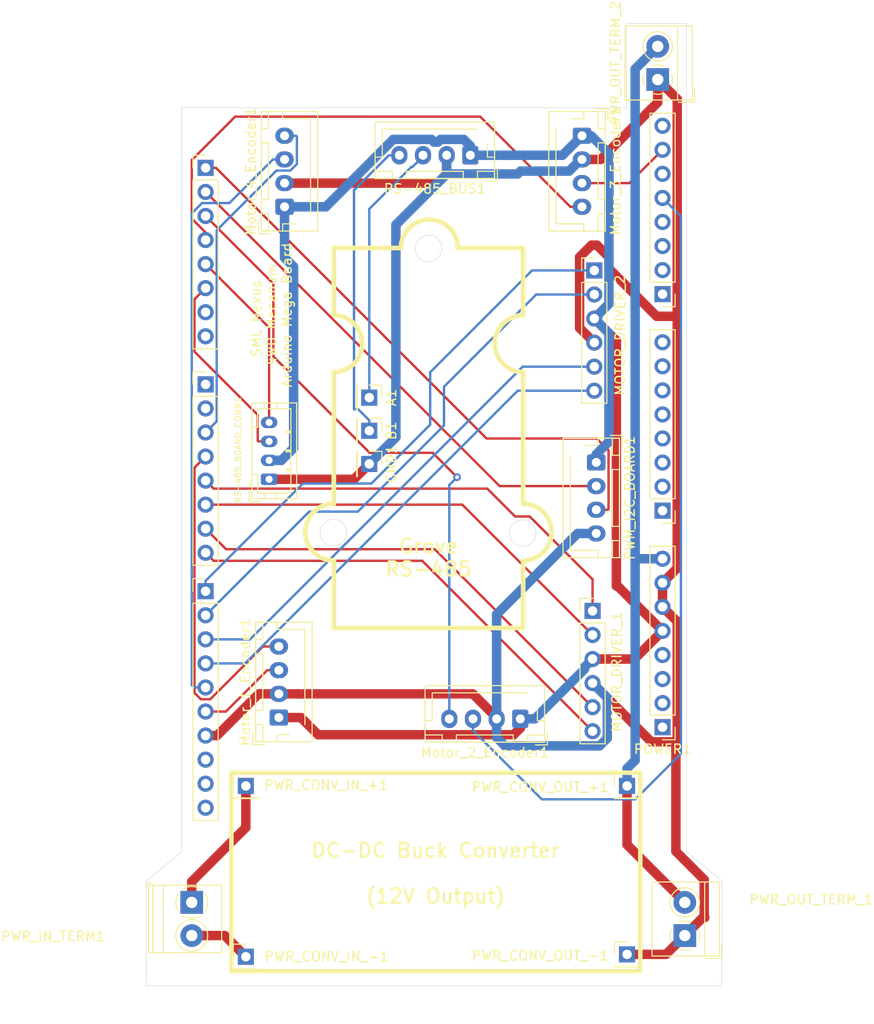
<source format=kicad_pcb>
(kicad_pcb (version 20190905) (host pcbnew "5.99.0-unknown-c3175b4~86~ubuntu16.04.1")

  (general
    (thickness 1.6)
    (drawings 37)
    (tracks 235)
    (modules 25)
    (nets 53)
  )

  (page "A4")
  (layers
    (0 "F.Cu" signal)
    (31 "B.Cu" signal)
    (32 "B.Adhes" user)
    (33 "F.Adhes" user)
    (34 "B.Paste" user)
    (35 "F.Paste" user)
    (36 "B.SilkS" user)
    (37 "F.SilkS" user)
    (38 "B.Mask" user)
    (39 "F.Mask" user)
    (40 "Dwgs.User" user hide)
    (41 "Cmts.User" user)
    (42 "Eco1.User" user)
    (43 "Eco2.User" user)
    (44 "Edge.Cuts" user)
    (45 "Margin" user)
    (46 "B.CrtYd" user)
    (47 "F.CrtYd" user)
    (48 "B.Fab" user)
    (49 "F.Fab" user hide)
  )

  (setup
    (stackup
      (layer "F.SilkS" (type "Top Silk Screen"))
      (layer "F.Paste" (type "Top Solder Paste"))
      (layer "F.Mask" (type "Top Solder Mask") (thickness 0.01) (color "Green"))
      (layer "F.Cu" (type "copper") (thickness 0.035))
      (layer "dielectric 1" (type "core") (thickness 1.51) (material "FR4") (epsilon_r 4.5) (loss_tangent 0.02))
      (layer "B.Cu" (type "copper") (thickness 0.035))
      (layer "B.Mask" (type "Bottom Solder Mask") (thickness 0.01) (color "Green"))
      (layer "B.Paste" (type "Bottom Solder Paste"))
      (layer "B.SilkS" (type "Bottom Silk Screen"))
      (copper_finish "None")
      (dielectric_constraints no)
    )
    (last_trace_width 0.25)
    (user_trace_width 0.25)
    (user_trace_width 1)
    (trace_clearance 0.2)
    (zone_clearance 0.508)
    (zone_45_only no)
    (trace_min 0.2)
    (via_size 0.8)
    (via_drill 0.4)
    (via_min_size 0.4)
    (via_min_drill 0.3)
    (uvia_size 0.3)
    (uvia_drill 0.1)
    (uvias_allowed no)
    (uvia_min_size 0.2)
    (uvia_min_drill 0.1)
    (max_error 0.005)
    (defaults
      (edge_clearance 0.01)
      (edge_cuts_line_width 0.05)
      (courtyard_line_width 0.05)
      (copper_line_width 0.2)
      (copper_text_dims (size 1.5 1.5) (thickness 0.3))
      (silk_line_width 0.12)
      (silk_text_dims (size 1 1) (thickness 0.15))
      (other_layers_line_width 0.1)
      (other_layers_text_dims (size 1 1) (thickness 0.15))
    )
    (pad_size 1.524 1.524)
    (pad_drill 0.762)
    (pad_to_mask_clearance 0.051)
    (solder_mask_min_width 0.25)
    (aux_axis_origin 0 0)
    (visible_elements FFFFFF7F)
    (pcbplotparams
      (layerselection 0x010fc_ffffffff)
      (usegerberextensions false)
      (usegerberattributes false)
      (usegerberadvancedattributes false)
      (creategerberjobfile false)
      (excludeedgelayer true)
      (linewidth 0.100000)
      (plotframeref false)
      (viasonmask false)
      (mode 1)
      (useauxorigin false)
      (hpglpennumber 1)
      (hpglpenspeed 20)
      (hpglpendiameter 15.000000)
      (psnegative false)
      (psa4output false)
      (plotreference true)
      (plotvalue true)
      (plotinvisibletext false)
      (padsonsilk false)
      (subtractmaskfromsilk false)
      (outputformat 1)
      (mirror false)
      (drillshape 1)
      (scaleselection 1)
      (outputdirectory "")
    )
  )

  (net 0 "")
  (net 1 "Net-(ANALOG_PIN_1-Pad8)")
  (net 2 "Net-(ANALOG_PIN_1-Pad7)")
  (net 3 "Net-(ANALOG_PIN_1-Pad6)")
  (net 4 "Net-(ANALOG_PIN_1-Pad5)")
  (net 5 "Net-(ANALOG_PIN_1-Pad4)")
  (net 6 "Net-(ANALOG_PIN_1-Pad3)")
  (net 7 "Net-(ANALOG_PIN_1-Pad2)")
  (net 8 "Net-(ANALOG_PIN_1-Pad1)")
  (net 9 "Net-(ANALOG_PIN_2-Pad8)")
  (net 10 "/A14")
  (net 11 "Net-(ANALOG_PIN_2-Pad6)")
  (net 12 "/A12")
  (net 13 "Net-(ANALOG_PIN_2-Pad4)")
  (net 14 "Net-(ANALOG_PIN_2-Pad3)")
  (net 15 "Net-(ANALOG_PIN_2-Pad2)")
  (net 16 "Net-(ANALOG_PIN_2-Pad1)")
  (net 17 "Net-(COMMUNICATION1-Pad8)")
  (net 18 "Net-(COMMUNICATION1-Pad7)")
  (net 19 "/16")
  (net 20 "/17")
  (net 21 "/18")
  (net 22 "/19")
  (net 23 "/3")
  (net 24 "/13")
  (net 25 "GND")
  (net 26 "/5V")
  (net 27 "/2")
  (net 28 "/12")
  (net 29 "/7")
  (net 30 "/6")
  (net 31 "/5")
  (net 32 "/4")
  (net 33 "/11")
  (net 34 "/10")
  (net 35 "/9")
  (net 36 "/8")
  (net 37 "/VIN")
  (net 38 "Net-(POWER1-Pad4)")
  (net 39 "Net-(POWER1-Pad3)")
  (net 40 "Net-(POWER1-Pad2)")
  (net 41 "Net-(POWER1-Pad1)")
  (net 42 "Net-(PWM_1-Pad10)")
  (net 43 "Net-(PWM_1-Pad9)")
  (net 44 "Net-(PWM_1-Pad8)")
  (net 45 "Net-(PWM_2-Pad2)")
  (net 46 "Net-(PWM_2-Pad1)")
  (net 47 "Net-(PWR_CONV_IN_+1-Pad1)")
  (net 48 "Net-(PWR_CONV_IN_-1-Pad1)")
  (net 49 "Net-(A-Pad1)")
  (net 50 "Net-(B-Pad1)")
  (net 51 "/20")
  (net 52 "/21")

  (net_class "Default" "This is the default net class."
    (clearance 0.2)
    (trace_width 0.25)
    (via_dia 0.8)
    (via_drill 0.4)
    (uvia_dia 0.3)
    (uvia_drill 0.1)
    (add_net "/10")
    (add_net "/11")
    (add_net "/12")
    (add_net "/13")
    (add_net "/16")
    (add_net "/17")
    (add_net "/18")
    (add_net "/19")
    (add_net "/2")
    (add_net "/20")
    (add_net "/21")
    (add_net "/3")
    (add_net "/4")
    (add_net "/5")
    (add_net "/5V")
    (add_net "/6")
    (add_net "/7")
    (add_net "/8")
    (add_net "/9")
    (add_net "/A12")
    (add_net "/A14")
    (add_net "Net-(A-Pad1)")
    (add_net "Net-(ANALOG_PIN_1-Pad1)")
    (add_net "Net-(ANALOG_PIN_1-Pad2)")
    (add_net "Net-(ANALOG_PIN_1-Pad3)")
    (add_net "Net-(ANALOG_PIN_1-Pad4)")
    (add_net "Net-(ANALOG_PIN_1-Pad5)")
    (add_net "Net-(ANALOG_PIN_1-Pad6)")
    (add_net "Net-(ANALOG_PIN_1-Pad7)")
    (add_net "Net-(ANALOG_PIN_1-Pad8)")
    (add_net "Net-(ANALOG_PIN_2-Pad1)")
    (add_net "Net-(ANALOG_PIN_2-Pad2)")
    (add_net "Net-(ANALOG_PIN_2-Pad3)")
    (add_net "Net-(ANALOG_PIN_2-Pad4)")
    (add_net "Net-(ANALOG_PIN_2-Pad6)")
    (add_net "Net-(ANALOG_PIN_2-Pad8)")
    (add_net "Net-(B-Pad1)")
    (add_net "Net-(COMMUNICATION1-Pad7)")
    (add_net "Net-(COMMUNICATION1-Pad8)")
    (add_net "Net-(POWER1-Pad1)")
    (add_net "Net-(POWER1-Pad2)")
    (add_net "Net-(POWER1-Pad3)")
    (add_net "Net-(POWER1-Pad4)")
    (add_net "Net-(PWM_1-Pad10)")
    (add_net "Net-(PWM_1-Pad8)")
    (add_net "Net-(PWM_1-Pad9)")
    (add_net "Net-(PWM_2-Pad1)")
    (add_net "Net-(PWM_2-Pad2)")
  )

  (net_class "High_power" ""
    (clearance 0.2)
    (trace_width 1)
    (via_dia 0.8)
    (via_drill 0.4)
    (uvia_dia 0.3)
    (uvia_drill 0.1)
    (add_net "/VIN")
    (add_net "GND")
    (add_net "Net-(PWR_CONV_IN_+1-Pad1)")
    (add_net "Net-(PWR_CONV_IN_-1-Pad1)")
  )

  (module "Connector_PinHeader_2.54mm:PinHeader_1x06_P2.54mm_Vertical" (layer "F.Cu") (tedit 59FED5CC) (tstamp 5F170F81)
    (at 114.71 95.92)
    (descr "Through hole straight pin header, 1x06, 2.54mm pitch, single row")
    (tags "Through hole pin header THT 1x06 2.54mm single row")
    (path "/5F261EAF")
    (fp_text reference "MOTOR_DRIVER_2" (at 2.7245 6.844 90) (layer "F.SilkS")
      (effects (font (size 1 1) (thickness 0.15)))
    )
    (fp_text value "Conn_01x06_Male" (at 0 15.03) (layer "F.Fab")
      (effects (font (size 1 1) (thickness 0.15)))
    )
    (fp_line (start -0.635 -1.27) (end 1.27 -1.27) (layer "F.Fab") (width 0.1))
    (fp_line (start 1.27 -1.27) (end 1.27 13.97) (layer "F.Fab") (width 0.1))
    (fp_line (start 1.27 13.97) (end -1.27 13.97) (layer "F.Fab") (width 0.1))
    (fp_line (start -1.27 13.97) (end -1.27 -0.635) (layer "F.Fab") (width 0.1))
    (fp_line (start -1.27 -0.635) (end -0.635 -1.27) (layer "F.Fab") (width 0.1))
    (fp_line (start -1.33 14.03) (end 1.33 14.03) (layer "F.SilkS") (width 0.12))
    (fp_line (start -1.33 1.27) (end -1.33 14.03) (layer "F.SilkS") (width 0.12))
    (fp_line (start 1.33 1.27) (end 1.33 14.03) (layer "F.SilkS") (width 0.12))
    (fp_line (start -1.33 1.27) (end 1.33 1.27) (layer "F.SilkS") (width 0.12))
    (fp_line (start -1.33 0) (end -1.33 -1.33) (layer "F.SilkS") (width 0.12))
    (fp_line (start -1.33 -1.33) (end 0 -1.33) (layer "F.SilkS") (width 0.12))
    (fp_line (start -1.8 -1.8) (end -1.8 14.5) (layer "F.CrtYd") (width 0.05))
    (fp_line (start -1.8 14.5) (end 1.8 14.5) (layer "F.CrtYd") (width 0.05))
    (fp_line (start 1.8 14.5) (end 1.8 -1.8) (layer "F.CrtYd") (width 0.05))
    (fp_line (start 1.8 -1.8) (end -1.8 -1.8) (layer "F.CrtYd") (width 0.05))
    (fp_text user "%R" (at 2.7305 6.604 90) (layer "F.Fab")
      (effects (font (size 1 1) (thickness 0.15)))
    )
    (pad "6" thru_hole oval (at 0 12.7) (size 1.7 1.7) (drill 1) (layers *.Cu *.Mask)
      (net 33 "/11"))
    (pad "5" thru_hole oval (at 0 10.16) (size 1.7 1.7) (drill 1) (layers *.Cu *.Mask)
      (net 34 "/10"))
    (pad "4" thru_hole oval (at 0 7.62) (size 1.7 1.7) (drill 1) (layers *.Cu *.Mask)
      (net 25 "GND"))
    (pad "3" thru_hole oval (at 0 5.08) (size 1.7 1.7) (drill 1) (layers *.Cu *.Mask)
      (net 26 "/5V"))
    (pad "2" thru_hole oval (at 0 2.54) (size 1.7 1.7) (drill 1) (layers *.Cu *.Mask)
      (net 35 "/9"))
    (pad "1" thru_hole rect (at 0 0) (size 1.7 1.7) (drill 1) (layers *.Cu *.Mask)
      (net 36 "/8"))
    (model "${KISYS3DMOD}/Connector_PinHeader_2.54mm.3dshapes/PinHeader_1x06_P2.54mm_Vertical.wrl"
      (at (xyz 0 0 0))
      (scale (xyz 1 1 1))
      (rotate (xyz 0 0 0))
    )
  )

  (module "Connector_JST:JST_XH_B4B-XH-AM_1x04_P2.50mm_Vertical" (layer "F.Cu") (tedit 5C28146E) (tstamp 5F170F4D)
    (at 82 89.2 90)
    (descr "JST XH series connector, B4B-XH-AM, with boss (http://www.jst-mfg.com/product/pdf/eng/eXH.pdf), generated with kicad-footprint-generator")
    (tags "connector JST XH vertical boss")
    (path "/5F16A82D")
    (fp_text reference "Motor_4_Encoder1" (at 3.75 -3.55 90) (layer "F.SilkS")
      (effects (font (size 1 1) (thickness 0.15)))
    )
    (fp_text value "Conn_01x04_Male" (at 3.75 4.6 90) (layer "F.Fab")
      (effects (font (size 1 1) (thickness 0.15)))
    )
    (fp_line (start -2.45 -2.35) (end -2.45 3.4) (layer "F.Fab") (width 0.1))
    (fp_line (start -2.45 3.4) (end 9.95 3.4) (layer "F.Fab") (width 0.1))
    (fp_line (start 9.95 3.4) (end 9.95 -2.35) (layer "F.Fab") (width 0.1))
    (fp_line (start 9.95 -2.35) (end -2.45 -2.35) (layer "F.Fab") (width 0.1))
    (fp_line (start -2.56 -2.46) (end -2.56 3.51) (layer "F.SilkS") (width 0.12))
    (fp_line (start -2.56 3.51) (end 10.06 3.51) (layer "F.SilkS") (width 0.12))
    (fp_line (start 10.06 3.51) (end 10.06 -2.46) (layer "F.SilkS") (width 0.12))
    (fp_line (start 10.06 -2.46) (end -2.56 -2.46) (layer "F.SilkS") (width 0.12))
    (fp_line (start -2.95 -2.85) (end -2.95 3.9) (layer "F.CrtYd") (width 0.05))
    (fp_line (start -2.95 3.9) (end 10.45 3.9) (layer "F.CrtYd") (width 0.05))
    (fp_line (start 10.45 3.9) (end 10.45 -2.85) (layer "F.CrtYd") (width 0.05))
    (fp_line (start 10.45 -2.85) (end -2.95 -2.85) (layer "F.CrtYd") (width 0.05))
    (fp_line (start -0.625 -2.35) (end 0 -1.35) (layer "F.Fab") (width 0.1))
    (fp_line (start 0 -1.35) (end 0.625 -2.35) (layer "F.Fab") (width 0.1))
    (fp_line (start 0.75 -2.45) (end 0.75 -1.7) (layer "F.SilkS") (width 0.12))
    (fp_line (start 0.75 -1.7) (end 6.75 -1.7) (layer "F.SilkS") (width 0.12))
    (fp_line (start 6.75 -1.7) (end 6.75 -2.45) (layer "F.SilkS") (width 0.12))
    (fp_line (start 6.75 -2.45) (end 0.75 -2.45) (layer "F.SilkS") (width 0.12))
    (fp_line (start -2.55 -2.45) (end -2.55 -1.7) (layer "F.SilkS") (width 0.12))
    (fp_line (start -2.55 -1.7) (end -0.75 -1.7) (layer "F.SilkS") (width 0.12))
    (fp_line (start -0.75 -1.7) (end -0.75 -2.45) (layer "F.SilkS") (width 0.12))
    (fp_line (start -0.75 -2.45) (end -2.55 -2.45) (layer "F.SilkS") (width 0.12))
    (fp_line (start 8.25 -2.45) (end 8.25 -1.7) (layer "F.SilkS") (width 0.12))
    (fp_line (start 8.25 -1.7) (end 10.05 -1.7) (layer "F.SilkS") (width 0.12))
    (fp_line (start 10.05 -1.7) (end 10.05 -2.45) (layer "F.SilkS") (width 0.12))
    (fp_line (start 10.05 -2.45) (end 8.25 -2.45) (layer "F.SilkS") (width 0.12))
    (fp_line (start -2.55 -0.2) (end -1.8 -0.2) (layer "F.SilkS") (width 0.12))
    (fp_line (start -1.8 -0.2) (end -1.8 1.14) (layer "F.SilkS") (width 0.12))
    (fp_line (start 3.75 2.75) (end -0.74 2.75) (layer "F.SilkS") (width 0.12))
    (fp_line (start 10.05 -0.2) (end 9.3 -0.2) (layer "F.SilkS") (width 0.12))
    (fp_line (start 9.3 -0.2) (end 9.3 2.75) (layer "F.SilkS") (width 0.12))
    (fp_line (start 9.3 2.75) (end 3.75 2.75) (layer "F.SilkS") (width 0.12))
    (fp_line (start -1.6 -2.75) (end -2.85 -2.75) (layer "F.SilkS") (width 0.12))
    (fp_line (start -2.85 -2.75) (end -2.85 -1.5) (layer "F.SilkS") (width 0.12))
    (fp_text user "%R" (at 3.75 2.7 90) (layer "F.Fab")
      (effects (font (size 1 1) (thickness 0.15)))
    )
    (pad "" np_thru_hole circle (at -1.6 2 90) (size 1.2 1.2) (drill 1.2) (layers *.Cu *.Mask))
    (pad "4" thru_hole oval (at 7.5 0 90) (size 1.7 1.95) (drill 0.95) (layers *.Cu *.Mask)
      (net 27 "/2"))
    (pad "3" thru_hole oval (at 5 0 90) (size 1.7 1.95) (drill 0.95) (layers *.Cu *.Mask)
      (net 28 "/12"))
    (pad "2" thru_hole oval (at 2.5 0 90) (size 1.7 1.95) (drill 0.95) (layers *.Cu *.Mask)
      (net 25 "GND"))
    (pad "1" thru_hole roundrect (at 0 0 90) (size 1.7 1.95) (drill 0.95) (layers *.Cu *.Mask) (roundrect_rratio 0.147059)
      (net 26 "/5V"))
    (model "${KISYS3DMOD}/Connector_JST.3dshapes/JST_XH_B4B-XH-AM_1x04_P2.50mm_Vertical.wrl"
      (at (xyz 0 0 0))
      (scale (xyz 1 1 1))
      (rotate (xyz 0 0 0))
    )
  )

  (module "Connector_JST:JST_XH_B4B-XH-AM_1x04_P2.50mm_Vertical" (layer "F.Cu") (tedit 5C28146E) (tstamp 5F1786CF)
    (at 114.92 116.19 -90)
    (descr "JST XH series connector, B4B-XH-AM, with boss (http://www.jst-mfg.com/product/pdf/eng/eXH.pdf), generated with kicad-footprint-generator")
    (tags "connector JST XH vertical boss")
    (path "/5F222CFA")
    (fp_text reference "PWM_I2C_BOARD1" (at 3.75 -3.55 90) (layer "F.SilkS")
      (effects (font (size 1 1) (thickness 0.15)))
    )
    (fp_text value "Conn_01x04_Male" (at 3.75 4.6 90) (layer "F.Fab")
      (effects (font (size 1 1) (thickness 0.15)))
    )
    (fp_text user "%R" (at 3.75 2.7 90) (layer "F.Fab")
      (effects (font (size 1 1) (thickness 0.15)))
    )
    (fp_line (start -2.85 -2.75) (end -2.85 -1.5) (layer "F.SilkS") (width 0.12))
    (fp_line (start -1.6 -2.75) (end -2.85 -2.75) (layer "F.SilkS") (width 0.12))
    (fp_line (start 9.3 2.75) (end 3.75 2.75) (layer "F.SilkS") (width 0.12))
    (fp_line (start 9.3 -0.2) (end 9.3 2.75) (layer "F.SilkS") (width 0.12))
    (fp_line (start 10.05 -0.2) (end 9.3 -0.2) (layer "F.SilkS") (width 0.12))
    (fp_line (start 3.75 2.75) (end -0.74 2.75) (layer "F.SilkS") (width 0.12))
    (fp_line (start -1.8 -0.2) (end -1.8 1.14) (layer "F.SilkS") (width 0.12))
    (fp_line (start -2.55 -0.2) (end -1.8 -0.2) (layer "F.SilkS") (width 0.12))
    (fp_line (start 10.05 -2.45) (end 8.25 -2.45) (layer "F.SilkS") (width 0.12))
    (fp_line (start 10.05 -1.7) (end 10.05 -2.45) (layer "F.SilkS") (width 0.12))
    (fp_line (start 8.25 -1.7) (end 10.05 -1.7) (layer "F.SilkS") (width 0.12))
    (fp_line (start 8.25 -2.45) (end 8.25 -1.7) (layer "F.SilkS") (width 0.12))
    (fp_line (start -0.75 -2.45) (end -2.55 -2.45) (layer "F.SilkS") (width 0.12))
    (fp_line (start -0.75 -1.7) (end -0.75 -2.45) (layer "F.SilkS") (width 0.12))
    (fp_line (start -2.55 -1.7) (end -0.75 -1.7) (layer "F.SilkS") (width 0.12))
    (fp_line (start -2.55 -2.45) (end -2.55 -1.7) (layer "F.SilkS") (width 0.12))
    (fp_line (start 6.75 -2.45) (end 0.75 -2.45) (layer "F.SilkS") (width 0.12))
    (fp_line (start 6.75 -1.7) (end 6.75 -2.45) (layer "F.SilkS") (width 0.12))
    (fp_line (start 0.75 -1.7) (end 6.75 -1.7) (layer "F.SilkS") (width 0.12))
    (fp_line (start 0.75 -2.45) (end 0.75 -1.7) (layer "F.SilkS") (width 0.12))
    (fp_line (start 0 -1.35) (end 0.625 -2.35) (layer "F.Fab") (width 0.1))
    (fp_line (start -0.625 -2.35) (end 0 -1.35) (layer "F.Fab") (width 0.1))
    (fp_line (start 10.45 -2.85) (end -2.95 -2.85) (layer "F.CrtYd") (width 0.05))
    (fp_line (start 10.45 3.9) (end 10.45 -2.85) (layer "F.CrtYd") (width 0.05))
    (fp_line (start -2.95 3.9) (end 10.45 3.9) (layer "F.CrtYd") (width 0.05))
    (fp_line (start -2.95 -2.85) (end -2.95 3.9) (layer "F.CrtYd") (width 0.05))
    (fp_line (start 10.06 -2.46) (end -2.56 -2.46) (layer "F.SilkS") (width 0.12))
    (fp_line (start 10.06 3.51) (end 10.06 -2.46) (layer "F.SilkS") (width 0.12))
    (fp_line (start -2.56 3.51) (end 10.06 3.51) (layer "F.SilkS") (width 0.12))
    (fp_line (start -2.56 -2.46) (end -2.56 3.51) (layer "F.SilkS") (width 0.12))
    (fp_line (start 9.95 -2.35) (end -2.45 -2.35) (layer "F.Fab") (width 0.1))
    (fp_line (start 9.95 3.4) (end 9.95 -2.35) (layer "F.Fab") (width 0.1))
    (fp_line (start -2.45 3.4) (end 9.95 3.4) (layer "F.Fab") (width 0.1))
    (fp_line (start -2.45 -2.35) (end -2.45 3.4) (layer "F.Fab") (width 0.1))
    (pad "" np_thru_hole circle (at -1.6 2 270) (size 1.2 1.2) (drill 1.2) (layers *.Cu *.Mask))
    (pad "4" thru_hole oval (at 7.5 0 270) (size 1.7 1.95) (drill 0.95) (layers *.Cu *.Mask)
      (net 25 "GND"))
    (pad "3" thru_hole oval (at 5 0 270) (size 1.7 1.95) (drill 0.95) (layers *.Cu *.Mask)
      (net 52 "/21"))
    (pad "2" thru_hole oval (at 2.5 0 270) (size 1.7 1.95) (drill 0.95) (layers *.Cu *.Mask)
      (net 51 "/20"))
    (pad "1" thru_hole roundrect (at 0 0 270) (size 1.7 1.95) (drill 0.95) (layers *.Cu *.Mask) (roundrect_rratio 0.147059)
      (net 26 "/5V"))
    (model "${KISYS3DMOD}/Connector_JST.3dshapes/JST_XH_B4B-XH-AM_1x04_P2.50mm_Vertical.wrl"
      (at (xyz 0 0 0))
      (scale (xyz 1 1 1))
      (rotate (xyz 0 0 0))
    )
  )

  (module "Connector_PinHeader_2.54mm:PinHeader_1x01_P2.54mm_Vertical" (layer "F.Cu") (tedit 59FED5CC) (tstamp 5F178BAF)
    (at 90.95 116.35 -90)
    (descr "Through hole straight pin header, 1x01, 2.54mm pitch, single row")
    (tags "Through hole pin header THT 1x01 2.54mm single row")
    (path "/5F21B7B6")
    (fp_text reference "GND1" (at 0 -2.33 90) (layer "F.SilkS")
      (effects (font (size 1 1) (thickness 0.15)))
    )
    (fp_text value "Conn_01x01_Male" (at 0 2.33 90) (layer "F.Fab")
      (effects (font (size 1 1) (thickness 0.15)))
    )
    (fp_text user "%R" (at 0.4 -4.9) (layer "F.Fab")
      (effects (font (size 1 1) (thickness 0.15)))
    )
    (fp_line (start 1.8 -1.8) (end -1.8 -1.8) (layer "F.CrtYd") (width 0.05))
    (fp_line (start 1.8 1.8) (end 1.8 -1.8) (layer "F.CrtYd") (width 0.05))
    (fp_line (start -1.8 1.8) (end 1.8 1.8) (layer "F.CrtYd") (width 0.05))
    (fp_line (start -1.8 -1.8) (end -1.8 1.8) (layer "F.CrtYd") (width 0.05))
    (fp_line (start -1.33 -1.33) (end 0 -1.33) (layer "F.SilkS") (width 0.12))
    (fp_line (start -1.33 0) (end -1.33 -1.33) (layer "F.SilkS") (width 0.12))
    (fp_line (start -1.33 1.27) (end 1.33 1.27) (layer "F.SilkS") (width 0.12))
    (fp_line (start 1.33 1.27) (end 1.33 1.33) (layer "F.SilkS") (width 0.12))
    (fp_line (start -1.33 1.27) (end -1.33 1.33) (layer "F.SilkS") (width 0.12))
    (fp_line (start -1.33 1.33) (end 1.33 1.33) (layer "F.SilkS") (width 0.12))
    (fp_line (start -1.27 -0.635) (end -0.635 -1.27) (layer "F.Fab") (width 0.1))
    (fp_line (start -1.27 1.27) (end -1.27 -0.635) (layer "F.Fab") (width 0.1))
    (fp_line (start 1.27 1.27) (end -1.27 1.27) (layer "F.Fab") (width 0.1))
    (fp_line (start 1.27 -1.27) (end 1.27 1.27) (layer "F.Fab") (width 0.1))
    (fp_line (start -0.635 -1.27) (end 1.27 -1.27) (layer "F.Fab") (width 0.1))
    (pad "1" thru_hole rect (at 0 0 270) (size 1.7 1.7) (drill 1) (layers *.Cu *.Mask)
      (net 25 "GND"))
    (model "${KISYS3DMOD}/Connector_PinHeader_2.54mm.3dshapes/PinHeader_1x01_P2.54mm_Vertical.wrl"
      (at (xyz 0 0 0))
      (scale (xyz 1 1 1))
      (rotate (xyz 0 0 0))
    )
  )

  (module "Connector_PinHeader_2.54mm:PinHeader_1x01_P2.54mm_Vertical" (layer "F.Cu") (tedit 59FED5CC) (tstamp 5F178BF4)
    (at 90.95 112.85 -90)
    (descr "Through hole straight pin header, 1x01, 2.54mm pitch, single row")
    (tags "Through hole pin header THT 1x01 2.54mm single row")
    (path "/5F1DCD42")
    (fp_text reference "B1" (at 0 -2.33 90) (layer "F.SilkS")
      (effects (font (size 1 1) (thickness 0.15)))
    )
    (fp_text value "Conn_01x01_Male" (at 0 2.33 90) (layer "F.Fab")
      (effects (font (size 1 1) (thickness 0.15)))
    )
    (fp_text user "%R" (at 0.85 -3) (layer "F.Fab")
      (effects (font (size 1 1) (thickness 0.15)))
    )
    (fp_line (start 1.8 -1.8) (end -1.8 -1.8) (layer "F.CrtYd") (width 0.05))
    (fp_line (start 1.8 1.8) (end 1.8 -1.8) (layer "F.CrtYd") (width 0.05))
    (fp_line (start -1.8 1.8) (end 1.8 1.8) (layer "F.CrtYd") (width 0.05))
    (fp_line (start -1.8 -1.8) (end -1.8 1.8) (layer "F.CrtYd") (width 0.05))
    (fp_line (start -1.33 -1.33) (end 0 -1.33) (layer "F.SilkS") (width 0.12))
    (fp_line (start -1.33 0) (end -1.33 -1.33) (layer "F.SilkS") (width 0.12))
    (fp_line (start -1.33 1.27) (end 1.33 1.27) (layer "F.SilkS") (width 0.12))
    (fp_line (start 1.33 1.27) (end 1.33 1.33) (layer "F.SilkS") (width 0.12))
    (fp_line (start -1.33 1.27) (end -1.33 1.33) (layer "F.SilkS") (width 0.12))
    (fp_line (start -1.33 1.33) (end 1.33 1.33) (layer "F.SilkS") (width 0.12))
    (fp_line (start -1.27 -0.635) (end -0.635 -1.27) (layer "F.Fab") (width 0.1))
    (fp_line (start -1.27 1.27) (end -1.27 -0.635) (layer "F.Fab") (width 0.1))
    (fp_line (start 1.27 1.27) (end -1.27 1.27) (layer "F.Fab") (width 0.1))
    (fp_line (start 1.27 -1.27) (end 1.27 1.27) (layer "F.Fab") (width 0.1))
    (fp_line (start -0.635 -1.27) (end 1.27 -1.27) (layer "F.Fab") (width 0.1))
    (pad "1" thru_hole rect (at 0 0 270) (size 1.7 1.7) (drill 1) (layers *.Cu *.Mask)
      (net 50 "Net-(B-Pad1)"))
    (model "${KISYS3DMOD}/Connector_PinHeader_2.54mm.3dshapes/PinHeader_1x01_P2.54mm_Vertical.wrl"
      (at (xyz 0 0 0))
      (scale (xyz 1 1 1))
      (rotate (xyz 0 0 0))
    )
  )

  (module "Connector_PinHeader_2.54mm:PinHeader_1x01_P2.54mm_Vertical" (layer "F.Cu") (tedit 59FED5CC) (tstamp 5F178C4E)
    (at 90.95 109.35 -90)
    (descr "Through hole straight pin header, 1x01, 2.54mm pitch, single row")
    (tags "Through hole pin header THT 1x01 2.54mm single row")
    (path "/5F1DE673")
    (fp_text reference "A1" (at 0 -2.33 90) (layer "F.SilkS")
      (effects (font (size 1 1) (thickness 0.15)))
    )
    (fp_text value "Conn_01x01_Male" (at 0 2.33 90) (layer "F.Fab")
      (effects (font (size 1 1) (thickness 0.15)))
    )
    (fp_text user "%R" (at 0.4 -4.2) (layer "F.Fab")
      (effects (font (size 1 1) (thickness 0.15)))
    )
    (fp_line (start 1.8 -1.8) (end -1.8 -1.8) (layer "F.CrtYd") (width 0.05))
    (fp_line (start 1.8 1.8) (end 1.8 -1.8) (layer "F.CrtYd") (width 0.05))
    (fp_line (start -1.8 1.8) (end 1.8 1.8) (layer "F.CrtYd") (width 0.05))
    (fp_line (start -1.8 -1.8) (end -1.8 1.8) (layer "F.CrtYd") (width 0.05))
    (fp_line (start -1.33 -1.33) (end 0 -1.33) (layer "F.SilkS") (width 0.12))
    (fp_line (start -1.33 0) (end -1.33 -1.33) (layer "F.SilkS") (width 0.12))
    (fp_line (start -1.33 1.27) (end 1.33 1.27) (layer "F.SilkS") (width 0.12))
    (fp_line (start 1.33 1.27) (end 1.33 1.33) (layer "F.SilkS") (width 0.12))
    (fp_line (start -1.33 1.27) (end -1.33 1.33) (layer "F.SilkS") (width 0.12))
    (fp_line (start -1.33 1.33) (end 1.33 1.33) (layer "F.SilkS") (width 0.12))
    (fp_line (start -1.27 -0.635) (end -0.635 -1.27) (layer "F.Fab") (width 0.1))
    (fp_line (start -1.27 1.27) (end -1.27 -0.635) (layer "F.Fab") (width 0.1))
    (fp_line (start 1.27 1.27) (end -1.27 1.27) (layer "F.Fab") (width 0.1))
    (fp_line (start 1.27 -1.27) (end 1.27 1.27) (layer "F.Fab") (width 0.1))
    (fp_line (start -0.635 -1.27) (end 1.27 -1.27) (layer "F.Fab") (width 0.1))
    (pad "1" thru_hole rect (at 0 0 270) (size 1.7 1.7) (drill 1) (layers *.Cu *.Mask)
      (net 49 "Net-(A-Pad1)"))
    (model "${KISYS3DMOD}/Connector_PinHeader_2.54mm.3dshapes/PinHeader_1x01_P2.54mm_Vertical.wrl"
      (at (xyz 0 0 0))
      (scale (xyz 1 1 1))
      (rotate (xyz 0 0 0))
    )
  )

  (module "TerminalBlock_Phoenix:TerminalBlock_Phoenix_PT-1,5-2-3.5-H_1x02_P3.50mm_Horizontal" (layer "F.Cu") (tedit 5B294F3F) (tstamp 5F1754B5)
    (at 72.2 162.65 -90)
    (descr "Terminal Block Phoenix PT-1,5-2-3.5-H, 2 pins, pitch 3.5mm, size 7x7.6mm^2, drill diamater 1.2mm, pad diameter 2.4mm, see , script-generated using https://github.com/pointhi/kicad-footprint-generator/scripts/TerminalBlock_Phoenix")
    (tags "THT Terminal Block Phoenix PT-1,5-2-3.5-H pitch 3.5mm size 7x7.6mm^2 drill 1.2mm pad 2.4mm")
    (path "/5F16A830")
    (fp_text reference "PWR_IN_TERM1" (at 3.58 14.65 180) (layer "F.SilkS")
      (effects (font (size 1 1) (thickness 0.15)))
    )
    (fp_text value "Conn_01x02_Male" (at 1.75 5.56 90) (layer "F.Fab")
      (effects (font (size 1 1) (thickness 0.15)))
    )
    (fp_text user "%R" (at 1.75 2.4 90) (layer "F.Fab")
      (effects (font (size 1 1) (thickness 0.15)))
    )
    (fp_line (start 5.75 -3.6) (end -2.25 -3.6) (layer "F.CrtYd") (width 0.05))
    (fp_line (start 5.75 5) (end 5.75 -3.6) (layer "F.CrtYd") (width 0.05))
    (fp_line (start -2.25 5) (end 5.75 5) (layer "F.CrtYd") (width 0.05))
    (fp_line (start -2.25 -3.6) (end -2.25 5) (layer "F.CrtYd") (width 0.05))
    (fp_line (start -2.05 4.8) (end -1.65 4.8) (layer "F.SilkS") (width 0.12))
    (fp_line (start -2.05 4.16) (end -2.05 4.8) (layer "F.SilkS") (width 0.12))
    (fp_line (start 2.355 0.941) (end 2.226 1.069) (layer "F.SilkS") (width 0.12))
    (fp_line (start 4.57 -1.275) (end 4.476 -1.181) (layer "F.SilkS") (width 0.12))
    (fp_line (start 2.525 1.181) (end 2.431 1.274) (layer "F.SilkS") (width 0.12))
    (fp_line (start 4.775 -1.069) (end 4.646 -0.941) (layer "F.SilkS") (width 0.12))
    (fp_line (start 4.455 -1.138) (end 2.363 0.955) (layer "F.Fab") (width 0.1))
    (fp_line (start 4.638 -0.955) (end 2.546 1.138) (layer "F.Fab") (width 0.1))
    (fp_line (start 0.955 -1.138) (end -1.138 0.955) (layer "F.Fab") (width 0.1))
    (fp_line (start 1.138 -0.955) (end -0.955 1.138) (layer "F.Fab") (width 0.1))
    (fp_line (start 5.31 -3.16) (end 5.31 4.56) (layer "F.SilkS") (width 0.12))
    (fp_line (start -1.81 -3.16) (end -1.81 4.56) (layer "F.SilkS") (width 0.12))
    (fp_line (start -1.81 4.56) (end 5.31 4.56) (layer "F.SilkS") (width 0.12))
    (fp_line (start -1.81 -3.16) (end 5.31 -3.16) (layer "F.SilkS") (width 0.12))
    (fp_line (start -1.81 3) (end 5.31 3) (layer "F.SilkS") (width 0.12))
    (fp_line (start -1.75 3) (end 5.25 3) (layer "F.Fab") (width 0.1))
    (fp_line (start -1.81 4.1) (end 5.31 4.1) (layer "F.SilkS") (width 0.12))
    (fp_line (start -1.75 4.1) (end 5.25 4.1) (layer "F.Fab") (width 0.1))
    (fp_line (start -1.75 4.1) (end -1.75 -3.1) (layer "F.Fab") (width 0.1))
    (fp_line (start -1.35 4.5) (end -1.75 4.1) (layer "F.Fab") (width 0.1))
    (fp_line (start 5.25 4.5) (end -1.35 4.5) (layer "F.Fab") (width 0.1))
    (fp_line (start 5.25 -3.1) (end 5.25 4.5) (layer "F.Fab") (width 0.1))
    (fp_line (start -1.75 -3.1) (end 5.25 -3.1) (layer "F.Fab") (width 0.1))
    (fp_circle (center 3.5 0) (end 5.18 0) (layer "F.SilkS") (width 0.12))
    (fp_circle (center 3.5 0) (end 5 0) (layer "F.Fab") (width 0.1))
    (fp_circle (center 0 0) (end 1.5 0) (layer "F.Fab") (width 0.1))
    (fp_arc (start 0 0) (end -0.866 1.44) (angle -32) (layer "F.SilkS") (width 0.12))
    (fp_arc (start 0 0) (end -1.44 -0.866) (angle -63) (layer "F.SilkS") (width 0.12))
    (fp_arc (start 0 0) (end 0.866 -1.44) (angle -63) (layer "F.SilkS") (width 0.12))
    (fp_arc (start 0 0) (end 1.425 0.891) (angle -64) (layer "F.SilkS") (width 0.12))
    (fp_arc (start 0 0) (end 0 1.68) (angle -32) (layer "F.SilkS") (width 0.12))
    (pad "2" thru_hole circle (at 3.5 0 270) (size 2.4 2.4) (drill 1.2) (layers *.Cu *.Mask)
      (net 48 "Net-(PWR_CONV_IN_-1-Pad1)"))
    (pad "1" thru_hole rect (at 0 0 270) (size 2.4 2.4) (drill 1.2) (layers *.Cu *.Mask)
      (net 47 "Net-(PWR_CONV_IN_+1-Pad1)"))
    (model "${KISYS3DMOD}/TerminalBlock_Phoenix.3dshapes/TerminalBlock_Phoenix_PT-1,5-2-3.5-H_1x02_P3.50mm_Horizontal.wrl"
      (at (xyz 0 0 0))
      (scale (xyz 1 1 1))
      (rotate (xyz 0 0 0))
    )
  )

  (module "TerminalBlock_4Ucon:TerminalBlock_4Ucon_1x02_P3.50mm_Horizontal" (layer "F.Cu") (tedit 5B294E91) (tstamp 5F17430A)
    (at 124.27 166.15 90)
    (descr "Terminal Block 4Ucon ItemNo. 19963, 2 pins, pitch 3.5mm, size 7.7x7mm^2, drill diamater 1.2mm, pad diameter 2.4mm, see http://www.4uconnector.com/online/object/4udrawing/19963.pdf, script-generated using https://github.com/pointhi/kicad-footprint-generator/scripts/TerminalBlock_4Ucon")
    (tags "THT Terminal Block 4Ucon ItemNo. 19963 pitch 3.5mm size 7.7x7mm^2 drill 1.2mm pad 2.4mm")
    (path "/5F17EDFB")
    (fp_text reference "PWR_OUT_TERM_1" (at 3.8 13.35) (layer "F.SilkS")
      (effects (font (size 1 1) (thickness 0.15)))
    )
    (fp_text value "Conn_01x02_Male" (at 1.75 4.66 90) (layer "F.Fab")
      (effects (font (size 1 1) (thickness 0.15)))
    )
    (fp_text user "%R" (at 1.75 2.9 90) (layer "F.Fab")
      (effects (font (size 1 1) (thickness 0.15)))
    )
    (fp_line (start 6.1 -3.9) (end -2.6 -3.9) (layer "F.CrtYd") (width 0.05))
    (fp_line (start 6.1 4.1) (end 6.1 -3.9) (layer "F.CrtYd") (width 0.05))
    (fp_line (start -2.6 4.1) (end 6.1 4.1) (layer "F.CrtYd") (width 0.05))
    (fp_line (start -2.6 -3.9) (end -2.6 4.1) (layer "F.CrtYd") (width 0.05))
    (fp_line (start -2.4 3.9) (end -0.9 3.9) (layer "F.SilkS") (width 0.12))
    (fp_line (start -2.4 2.16) (end -2.4 3.9) (layer "F.SilkS") (width 0.12))
    (fp_line (start 2.4 0.069) (end 2.4 -0.069) (layer "F.Fab") (width 0.1))
    (fp_line (start 3.431 0.069) (end 2.4 0.069) (layer "F.Fab") (width 0.1))
    (fp_line (start 3.431 1.1) (end 3.431 0.069) (layer "F.Fab") (width 0.1))
    (fp_line (start 3.569 1.1) (end 3.431 1.1) (layer "F.Fab") (width 0.1))
    (fp_line (start 3.569 0.069) (end 3.569 1.1) (layer "F.Fab") (width 0.1))
    (fp_line (start 4.6 0.069) (end 3.569 0.069) (layer "F.Fab") (width 0.1))
    (fp_line (start 4.6 -0.069) (end 4.6 0.069) (layer "F.Fab") (width 0.1))
    (fp_line (start 3.569 -0.069) (end 4.6 -0.069) (layer "F.Fab") (width 0.1))
    (fp_line (start 3.569 -1.1) (end 3.569 -0.069) (layer "F.Fab") (width 0.1))
    (fp_line (start 3.431 -1.1) (end 3.569 -1.1) (layer "F.Fab") (width 0.1))
    (fp_line (start 3.431 -0.069) (end 3.431 -1.1) (layer "F.Fab") (width 0.1))
    (fp_line (start 2.4 -0.069) (end 3.431 -0.069) (layer "F.Fab") (width 0.1))
    (fp_line (start -1.1 0.069) (end -1.1 -0.069) (layer "F.Fab") (width 0.1))
    (fp_line (start -0.069 0.069) (end -1.1 0.069) (layer "F.Fab") (width 0.1))
    (fp_line (start -0.069 1.1) (end -0.069 0.069) (layer "F.Fab") (width 0.1))
    (fp_line (start 0.069 1.1) (end -0.069 1.1) (layer "F.Fab") (width 0.1))
    (fp_line (start 0.069 0.069) (end 0.069 1.1) (layer "F.Fab") (width 0.1))
    (fp_line (start 1.1 0.069) (end 0.069 0.069) (layer "F.Fab") (width 0.1))
    (fp_line (start 1.1 -0.069) (end 1.1 0.069) (layer "F.Fab") (width 0.1))
    (fp_line (start 0.069 -0.069) (end 1.1 -0.069) (layer "F.Fab") (width 0.1))
    (fp_line (start 0.069 -1.1) (end 0.069 -0.069) (layer "F.Fab") (width 0.1))
    (fp_line (start -0.069 -1.1) (end 0.069 -1.1) (layer "F.Fab") (width 0.1))
    (fp_line (start -0.069 -0.069) (end -0.069 -1.1) (layer "F.Fab") (width 0.1))
    (fp_line (start -1.1 -0.069) (end -0.069 -0.069) (layer "F.Fab") (width 0.1))
    (fp_line (start 5.66 -3.46) (end 5.66 3.66) (layer "F.SilkS") (width 0.12))
    (fp_line (start -2.16 -3.46) (end -2.16 3.66) (layer "F.SilkS") (width 0.12))
    (fp_line (start -2.16 3.66) (end 5.66 3.66) (layer "F.SilkS") (width 0.12))
    (fp_line (start -2.16 -3.46) (end 5.66 -3.46) (layer "F.SilkS") (width 0.12))
    (fp_line (start -2.16 2.1) (end 5.66 2.1) (layer "F.SilkS") (width 0.12))
    (fp_line (start -2.1 2.1) (end 5.6 2.1) (layer "F.Fab") (width 0.1))
    (fp_line (start -2.1 2.1) (end -2.1 -3.4) (layer "F.Fab") (width 0.1))
    (fp_line (start -0.6 3.6) (end -2.1 2.1) (layer "F.Fab") (width 0.1))
    (fp_line (start 5.6 3.6) (end -0.6 3.6) (layer "F.Fab") (width 0.1))
    (fp_line (start 5.6 -3.4) (end 5.6 3.6) (layer "F.Fab") (width 0.1))
    (fp_line (start -2.1 -3.4) (end 5.6 -3.4) (layer "F.Fab") (width 0.1))
    (fp_circle (center 3.5 0) (end 5.055 0) (layer "F.SilkS") (width 0.12))
    (fp_circle (center 3.5 0) (end 4.875 0) (layer "F.Fab") (width 0.1))
    (fp_circle (center 0 0) (end 1.375 0) (layer "F.Fab") (width 0.1))
    (fp_arc (start 0 0) (end -0.608 1.432) (angle -24) (layer "F.SilkS") (width 0.12))
    (fp_arc (start 0 0) (end -1.432 -0.608) (angle -46) (layer "F.SilkS") (width 0.12))
    (fp_arc (start 0 0) (end 0.608 -1.432) (angle -46) (layer "F.SilkS") (width 0.12))
    (fp_arc (start 0 0) (end 1.432 0.608) (angle -46) (layer "F.SilkS") (width 0.12))
    (fp_arc (start 0 0) (end 0 1.555) (angle -23) (layer "F.SilkS") (width 0.12))
    (pad "2" thru_hole circle (at 3.5 0 90) (size 2.4 2.4) (drill 1.2) (layers *.Cu *.Mask)
      (net 37 "/VIN"))
    (pad "1" thru_hole rect (at 0 0 90) (size 2.4 2.4) (drill 1.2) (layers *.Cu *.Mask)
      (net 25 "GND"))
    (model "${KISYS3DMOD}/TerminalBlock_4Ucon.3dshapes/TerminalBlock_4Ucon_1x02_P3.50mm_Horizontal.wrl"
      (at (xyz 0 0 0))
      (scale (xyz 1 1 1))
      (rotate (xyz 0 0 0))
    )
  )

  (module "TerminalBlock_4Ucon:TerminalBlock_4Ucon_1x02_P3.50mm_Horizontal" (layer "F.Cu") (tedit 5B294E91) (tstamp 5F1737B9)
    (at 121.412 75.763 90)
    (descr "Terminal Block 4Ucon ItemNo. 19963, 2 pins, pitch 3.5mm, size 7.7x7mm^2, drill diamater 1.2mm, pad diameter 2.4mm, see http://www.4uconnector.com/online/object/4udrawing/19963.pdf, script-generated using https://github.com/pointhi/kicad-footprint-generator/scripts/TerminalBlock_4Ucon")
    (tags "THT Terminal Block 4Ucon ItemNo. 19963 pitch 3.5mm size 7.7x7mm^2 drill 1.2mm pad 2.4mm")
    (path "/5F185641")
    (fp_text reference "PWR_OUT_TERM_2" (at 1.75 -4.46 90) (layer "F.SilkS")
      (effects (font (size 1 1) (thickness 0.15)))
    )
    (fp_text value "Conn_01x02_Male" (at 1.75 4.66 90) (layer "F.Fab")
      (effects (font (size 1 1) (thickness 0.15)))
    )
    (fp_text user "%R" (at 1.75 2.9 90) (layer "F.Fab")
      (effects (font (size 1 1) (thickness 0.15)))
    )
    (fp_line (start 6.1 -3.9) (end -2.6 -3.9) (layer "F.CrtYd") (width 0.05))
    (fp_line (start 6.1 4.1) (end 6.1 -3.9) (layer "F.CrtYd") (width 0.05))
    (fp_line (start -2.6 4.1) (end 6.1 4.1) (layer "F.CrtYd") (width 0.05))
    (fp_line (start -2.6 -3.9) (end -2.6 4.1) (layer "F.CrtYd") (width 0.05))
    (fp_line (start -2.4 3.9) (end -0.9 3.9) (layer "F.SilkS") (width 0.12))
    (fp_line (start -2.4 2.16) (end -2.4 3.9) (layer "F.SilkS") (width 0.12))
    (fp_line (start 2.4 0.069) (end 2.4 -0.069) (layer "F.Fab") (width 0.1))
    (fp_line (start 3.431 0.069) (end 2.4 0.069) (layer "F.Fab") (width 0.1))
    (fp_line (start 3.431 1.1) (end 3.431 0.069) (layer "F.Fab") (width 0.1))
    (fp_line (start 3.569 1.1) (end 3.431 1.1) (layer "F.Fab") (width 0.1))
    (fp_line (start 3.569 0.069) (end 3.569 1.1) (layer "F.Fab") (width 0.1))
    (fp_line (start 4.6 0.069) (end 3.569 0.069) (layer "F.Fab") (width 0.1))
    (fp_line (start 4.6 -0.069) (end 4.6 0.069) (layer "F.Fab") (width 0.1))
    (fp_line (start 3.569 -0.069) (end 4.6 -0.069) (layer "F.Fab") (width 0.1))
    (fp_line (start 3.569 -1.1) (end 3.569 -0.069) (layer "F.Fab") (width 0.1))
    (fp_line (start 3.431 -1.1) (end 3.569 -1.1) (layer "F.Fab") (width 0.1))
    (fp_line (start 3.431 -0.069) (end 3.431 -1.1) (layer "F.Fab") (width 0.1))
    (fp_line (start 2.4 -0.069) (end 3.431 -0.069) (layer "F.Fab") (width 0.1))
    (fp_line (start -1.1 0.069) (end -1.1 -0.069) (layer "F.Fab") (width 0.1))
    (fp_line (start -0.069 0.069) (end -1.1 0.069) (layer "F.Fab") (width 0.1))
    (fp_line (start -0.069 1.1) (end -0.069 0.069) (layer "F.Fab") (width 0.1))
    (fp_line (start 0.069 1.1) (end -0.069 1.1) (layer "F.Fab") (width 0.1))
    (fp_line (start 0.069 0.069) (end 0.069 1.1) (layer "F.Fab") (width 0.1))
    (fp_line (start 1.1 0.069) (end 0.069 0.069) (layer "F.Fab") (width 0.1))
    (fp_line (start 1.1 -0.069) (end 1.1 0.069) (layer "F.Fab") (width 0.1))
    (fp_line (start 0.069 -0.069) (end 1.1 -0.069) (layer "F.Fab") (width 0.1))
    (fp_line (start 0.069 -1.1) (end 0.069 -0.069) (layer "F.Fab") (width 0.1))
    (fp_line (start -0.069 -1.1) (end 0.069 -1.1) (layer "F.Fab") (width 0.1))
    (fp_line (start -0.069 -0.069) (end -0.069 -1.1) (layer "F.Fab") (width 0.1))
    (fp_line (start -1.1 -0.069) (end -0.069 -0.069) (layer "F.Fab") (width 0.1))
    (fp_line (start 5.66 -3.46) (end 5.66 3.66) (layer "F.SilkS") (width 0.12))
    (fp_line (start -2.16 -3.46) (end -2.16 3.66) (layer "F.SilkS") (width 0.12))
    (fp_line (start -2.16 3.66) (end 5.66 3.66) (layer "F.SilkS") (width 0.12))
    (fp_line (start -2.16 -3.46) (end 5.66 -3.46) (layer "F.SilkS") (width 0.12))
    (fp_line (start -2.16 2.1) (end 5.66 2.1) (layer "F.SilkS") (width 0.12))
    (fp_line (start -2.1 2.1) (end 5.6 2.1) (layer "F.Fab") (width 0.1))
    (fp_line (start -2.1 2.1) (end -2.1 -3.4) (layer "F.Fab") (width 0.1))
    (fp_line (start -0.6 3.6) (end -2.1 2.1) (layer "F.Fab") (width 0.1))
    (fp_line (start 5.6 3.6) (end -0.6 3.6) (layer "F.Fab") (width 0.1))
    (fp_line (start 5.6 -3.4) (end 5.6 3.6) (layer "F.Fab") (width 0.1))
    (fp_line (start -2.1 -3.4) (end 5.6 -3.4) (layer "F.Fab") (width 0.1))
    (fp_circle (center 3.5 0) (end 5.055 0) (layer "F.SilkS") (width 0.12))
    (fp_circle (center 3.5 0) (end 4.875 0) (layer "F.Fab") (width 0.1))
    (fp_circle (center 0 0) (end 1.375 0) (layer "F.Fab") (width 0.1))
    (fp_arc (start 0 0) (end -0.608 1.432) (angle -24) (layer "F.SilkS") (width 0.12))
    (fp_arc (start 0 0) (end -1.432 -0.608) (angle -46) (layer "F.SilkS") (width 0.12))
    (fp_arc (start 0 0) (end 0.608 -1.432) (angle -46) (layer "F.SilkS") (width 0.12))
    (fp_arc (start 0 0) (end 1.432 0.608) (angle -46) (layer "F.SilkS") (width 0.12))
    (fp_arc (start 0 0) (end 0 1.555) (angle -23) (layer "F.SilkS") (width 0.12))
    (pad "2" thru_hole circle (at 3.5 0 90) (size 2.4 2.4) (drill 1.2) (layers *.Cu *.Mask)
      (net 37 "/VIN"))
    (pad "1" thru_hole rect (at 0 0 90) (size 2.4 2.4) (drill 1.2) (layers *.Cu *.Mask)
      (net 25 "GND"))
    (model "${KISYS3DMOD}/TerminalBlock_4Ucon.3dshapes/TerminalBlock_4Ucon_1x02_P3.50mm_Horizontal.wrl"
      (at (xyz 0 0 0))
      (scale (xyz 1 1 1))
      (rotate (xyz 0 0 0))
    )
  )

  (module "Connector_JST:JST_XH_B4B-XH-AM_1x04_P2.50mm_Vertical" (layer "F.Cu") (tedit 5C28146E) (tstamp 5F1760F1)
    (at 101.6235 83.7565 180)
    (descr "JST XH series connector, B4B-XH-AM, with boss (http://www.jst-mfg.com/product/pdf/eng/eXH.pdf), generated with kicad-footprint-generator")
    (tags "connector JST XH vertical boss")
    (path "/5F18E7F1")
    (fp_text reference "RS-485_BUS1" (at 3.75 -3.55) (layer "F.SilkS")
      (effects (font (size 1 1) (thickness 0.15)))
    )
    (fp_text value "Conn_01x04_Male" (at 3.75 4.6) (layer "F.Fab")
      (effects (font (size 1 1) (thickness 0.15)))
    )
    (fp_line (start -2.45 -2.35) (end -2.45 3.4) (layer "F.Fab") (width 0.1))
    (fp_line (start -2.45 3.4) (end 9.95 3.4) (layer "F.Fab") (width 0.1))
    (fp_line (start 9.95 3.4) (end 9.95 -2.35) (layer "F.Fab") (width 0.1))
    (fp_line (start 9.95 -2.35) (end -2.45 -2.35) (layer "F.Fab") (width 0.1))
    (fp_line (start -2.56 -2.46) (end -2.56 3.51) (layer "F.SilkS") (width 0.12))
    (fp_line (start -2.56 3.51) (end 10.06 3.51) (layer "F.SilkS") (width 0.12))
    (fp_line (start 10.06 3.51) (end 10.06 -2.46) (layer "F.SilkS") (width 0.12))
    (fp_line (start 10.06 -2.46) (end -2.56 -2.46) (layer "F.SilkS") (width 0.12))
    (fp_line (start -2.95 -2.85) (end -2.95 3.9) (layer "F.CrtYd") (width 0.05))
    (fp_line (start -2.95 3.9) (end 10.45 3.9) (layer "F.CrtYd") (width 0.05))
    (fp_line (start 10.45 3.9) (end 10.45 -2.85) (layer "F.CrtYd") (width 0.05))
    (fp_line (start 10.45 -2.85) (end -2.95 -2.85) (layer "F.CrtYd") (width 0.05))
    (fp_line (start -0.625 -2.35) (end 0 -1.35) (layer "F.Fab") (width 0.1))
    (fp_line (start 0 -1.35) (end 0.625 -2.35) (layer "F.Fab") (width 0.1))
    (fp_line (start 0.75 -2.45) (end 0.75 -1.7) (layer "F.SilkS") (width 0.12))
    (fp_line (start 0.75 -1.7) (end 6.75 -1.7) (layer "F.SilkS") (width 0.12))
    (fp_line (start 6.75 -1.7) (end 6.75 -2.45) (layer "F.SilkS") (width 0.12))
    (fp_line (start 6.75 -2.45) (end 0.75 -2.45) (layer "F.SilkS") (width 0.12))
    (fp_line (start -2.55 -2.45) (end -2.55 -1.7) (layer "F.SilkS") (width 0.12))
    (fp_line (start -2.55 -1.7) (end -0.75 -1.7) (layer "F.SilkS") (width 0.12))
    (fp_line (start -0.75 -1.7) (end -0.75 -2.45) (layer "F.SilkS") (width 0.12))
    (fp_line (start -0.75 -2.45) (end -2.55 -2.45) (layer "F.SilkS") (width 0.12))
    (fp_line (start 8.25 -2.45) (end 8.25 -1.7) (layer "F.SilkS") (width 0.12))
    (fp_line (start 8.25 -1.7) (end 10.05 -1.7) (layer "F.SilkS") (width 0.12))
    (fp_line (start 10.05 -1.7) (end 10.05 -2.45) (layer "F.SilkS") (width 0.12))
    (fp_line (start 10.05 -2.45) (end 8.25 -2.45) (layer "F.SilkS") (width 0.12))
    (fp_line (start -2.55 -0.2) (end -1.8 -0.2) (layer "F.SilkS") (width 0.12))
    (fp_line (start -1.8 -0.2) (end -1.8 1.14) (layer "F.SilkS") (width 0.12))
    (fp_line (start 3.75 2.75) (end -0.74 2.75) (layer "F.SilkS") (width 0.12))
    (fp_line (start 10.05 -0.2) (end 9.3 -0.2) (layer "F.SilkS") (width 0.12))
    (fp_line (start 9.3 -0.2) (end 9.3 2.75) (layer "F.SilkS") (width 0.12))
    (fp_line (start 9.3 2.75) (end 3.75 2.75) (layer "F.SilkS") (width 0.12))
    (fp_line (start -1.6 -2.75) (end -2.85 -2.75) (layer "F.SilkS") (width 0.12))
    (fp_line (start -2.85 -2.75) (end -2.85 -1.5) (layer "F.SilkS") (width 0.12))
    (fp_text user "%R" (at 3.75 2.7) (layer "F.Fab")
      (effects (font (size 1 1) (thickness 0.15)))
    )
    (pad "" np_thru_hole circle (at -1.6 2 180) (size 1.2 1.2) (drill 1.2) (layers *.Cu *.Mask))
    (pad "4" thru_hole oval (at 7.5 0 180) (size 1.7 1.95) (drill 0.95) (layers *.Cu *.Mask)
      (net 50 "Net-(B-Pad1)"))
    (pad "3" thru_hole oval (at 5 0 180) (size 1.7 1.95) (drill 0.95) (layers *.Cu *.Mask)
      (net 49 "Net-(A-Pad1)"))
    (pad "2" thru_hole oval (at 2.5 0 180) (size 1.7 1.95) (drill 0.95) (layers *.Cu *.Mask)
      (net 25 "GND"))
    (pad "1" thru_hole roundrect (at 0 0 180) (size 1.7 1.95) (drill 0.95) (layers *.Cu *.Mask) (roundrect_rratio 0.147059)
      (net 26 "/5V"))
    (model "${KISYS3DMOD}/Connector_JST.3dshapes/JST_XH_B4B-XH-AM_1x04_P2.50mm_Vertical.wrl"
      (at (xyz 0 0 0))
      (scale (xyz 1 1 1))
      (rotate (xyz 0 0 0))
    )
  )

  (module "Connector_JST:JST_PH_B4B-PH-K_1x04_P2.00mm_Vertical" (layer "F.Cu") (tedit 5B7745C2) (tstamp 5F1710BF)
    (at 80.37 117.97 90)
    (descr "JST PH series connector, B4B-PH-K (http://www.jst-mfg.com/product/pdf/eng/ePH.pdf), generated with kicad-footprint-generator")
    (tags "connector JST PH side entry")
    (path "/5F18C3D4")
    (fp_text reference "RS-485_BOARD_CONN1" (at 3.09 -3.29 90) (layer "F.SilkS")
      (effects (font (size 0.635 0.635) (thickness 0.1016)))
    )
    (fp_text value "Conn_01x04_Male" (at 3 4 90) (layer "F.Fab")
      (effects (font (size 1 1) (thickness 0.15)))
    )
    (fp_line (start -2.06 -1.81) (end -2.06 2.91) (layer "F.SilkS") (width 0.12))
    (fp_line (start -2.06 2.91) (end 8.06 2.91) (layer "F.SilkS") (width 0.12))
    (fp_line (start 8.06 2.91) (end 8.06 -1.81) (layer "F.SilkS") (width 0.12))
    (fp_line (start 8.06 -1.81) (end -2.06 -1.81) (layer "F.SilkS") (width 0.12))
    (fp_line (start -0.3 -1.81) (end -0.3 -2.01) (layer "F.SilkS") (width 0.12))
    (fp_line (start -0.3 -2.01) (end -0.6 -2.01) (layer "F.SilkS") (width 0.12))
    (fp_line (start -0.6 -2.01) (end -0.6 -1.81) (layer "F.SilkS") (width 0.12))
    (fp_line (start -0.3 -1.91) (end -0.6 -1.91) (layer "F.SilkS") (width 0.12))
    (fp_line (start 0.5 -1.81) (end 0.5 -1.2) (layer "F.SilkS") (width 0.12))
    (fp_line (start 0.5 -1.2) (end -1.45 -1.2) (layer "F.SilkS") (width 0.12))
    (fp_line (start -1.45 -1.2) (end -1.45 2.3) (layer "F.SilkS") (width 0.12))
    (fp_line (start -1.45 2.3) (end 7.45 2.3) (layer "F.SilkS") (width 0.12))
    (fp_line (start 7.45 2.3) (end 7.45 -1.2) (layer "F.SilkS") (width 0.12))
    (fp_line (start 7.45 -1.2) (end 5.5 -1.2) (layer "F.SilkS") (width 0.12))
    (fp_line (start 5.5 -1.2) (end 5.5 -1.81) (layer "F.SilkS") (width 0.12))
    (fp_line (start -2.06 -0.5) (end -1.45 -0.5) (layer "F.SilkS") (width 0.12))
    (fp_line (start -2.06 0.8) (end -1.45 0.8) (layer "F.SilkS") (width 0.12))
    (fp_line (start 8.06 -0.5) (end 7.45 -0.5) (layer "F.SilkS") (width 0.12))
    (fp_line (start 8.06 0.8) (end 7.45 0.8) (layer "F.SilkS") (width 0.12))
    (fp_line (start 0.9 2.3) (end 0.9 1.8) (layer "F.SilkS") (width 0.12))
    (fp_line (start 0.9 1.8) (end 1.1 1.8) (layer "F.SilkS") (width 0.12))
    (fp_line (start 1.1 1.8) (end 1.1 2.3) (layer "F.SilkS") (width 0.12))
    (fp_line (start 1 2.3) (end 1 1.8) (layer "F.SilkS") (width 0.12))
    (fp_line (start 2.9 2.3) (end 2.9 1.8) (layer "F.SilkS") (width 0.12))
    (fp_line (start 2.9 1.8) (end 3.1 1.8) (layer "F.SilkS") (width 0.12))
    (fp_line (start 3.1 1.8) (end 3.1 2.3) (layer "F.SilkS") (width 0.12))
    (fp_line (start 3 2.3) (end 3 1.8) (layer "F.SilkS") (width 0.12))
    (fp_line (start 4.9 2.3) (end 4.9 1.8) (layer "F.SilkS") (width 0.12))
    (fp_line (start 4.9 1.8) (end 5.1 1.8) (layer "F.SilkS") (width 0.12))
    (fp_line (start 5.1 1.8) (end 5.1 2.3) (layer "F.SilkS") (width 0.12))
    (fp_line (start 5 2.3) (end 5 1.8) (layer "F.SilkS") (width 0.12))
    (fp_line (start -1.11 -2.11) (end -2.36 -2.11) (layer "F.SilkS") (width 0.12))
    (fp_line (start -2.36 -2.11) (end -2.36 -0.86) (layer "F.SilkS") (width 0.12))
    (fp_line (start -1.11 -2.11) (end -2.36 -2.11) (layer "F.Fab") (width 0.1))
    (fp_line (start -2.36 -2.11) (end -2.36 -0.86) (layer "F.Fab") (width 0.1))
    (fp_line (start -1.95 -1.7) (end -1.95 2.8) (layer "F.Fab") (width 0.1))
    (fp_line (start -1.95 2.8) (end 7.95 2.8) (layer "F.Fab") (width 0.1))
    (fp_line (start 7.95 2.8) (end 7.95 -1.7) (layer "F.Fab") (width 0.1))
    (fp_line (start 7.95 -1.7) (end -1.95 -1.7) (layer "F.Fab") (width 0.1))
    (fp_line (start -2.45 -2.2) (end -2.45 3.3) (layer "F.CrtYd") (width 0.05))
    (fp_line (start -2.45 3.3) (end 8.45 3.3) (layer "F.CrtYd") (width 0.05))
    (fp_line (start 8.45 3.3) (end 8.45 -2.2) (layer "F.CrtYd") (width 0.05))
    (fp_line (start 8.45 -2.2) (end -2.45 -2.2) (layer "F.CrtYd") (width 0.05))
    (fp_text user "%R" (at 1.439999 1.834999 90) (layer "F.Fab")
      (effects (font (size 1 1) (thickness 0.15)))
    )
    (pad "4" thru_hole oval (at 6 0 90) (size 1.2 1.75) (drill 0.75) (layers *.Cu *.Mask)
      (net 20 "/17"))
    (pad "3" thru_hole oval (at 4 0 90) (size 1.2 1.75) (drill 0.75) (layers *.Cu *.Mask)
      (net 19 "/16"))
    (pad "2" thru_hole oval (at 2 0 90) (size 1.2 1.75) (drill 0.75) (layers *.Cu *.Mask)
      (net 26 "/5V"))
    (pad "1" thru_hole roundrect (at 0 0 90) (size 1.2 1.75) (drill 0.75) (layers *.Cu *.Mask) (roundrect_rratio 0.208333)
      (net 25 "GND"))
    (model "${KISYS3DMOD}/Connector_JST.3dshapes/JST_PH_B4B-PH-K_1x04_P2.00mm_Vertical.wrl"
      (at (xyz 0 0 0))
      (scale (xyz 1 1 1))
      (rotate (xyz 0 0 0))
    )
  )

  (module "Connector_PinHeader_2.54mm:PinHeader_1x01_P2.54mm_Vertical" (layer "F.Cu") (tedit 59FED5CC) (tstamp 5F1791E8)
    (at 118.173 168.132)
    (descr "Through hole straight pin header, 1x01, 2.54mm pitch, single row")
    (tags "Through hole pin header THT 1x01 2.54mm single row")
    (path "/5F17B05D")
    (fp_text reference "PWR_CONV_OUT_-1" (at -9.183 0.138) (layer "F.SilkS")
      (effects (font (size 1 1) (thickness 0.15)))
    )
    (fp_text value "Conn_01x01_Male" (at 0 2.33) (layer "F.Fab")
      (effects (font (size 1 1) (thickness 0.15)))
    )
    (fp_line (start -0.635 -1.27) (end 1.27 -1.27) (layer "F.Fab") (width 0.1))
    (fp_line (start 1.27 -1.27) (end 1.27 1.27) (layer "F.Fab") (width 0.1))
    (fp_line (start 1.27 1.27) (end -1.27 1.27) (layer "F.Fab") (width 0.1))
    (fp_line (start -1.27 1.27) (end -1.27 -0.635) (layer "F.Fab") (width 0.1))
    (fp_line (start -1.27 -0.635) (end -0.635 -1.27) (layer "F.Fab") (width 0.1))
    (fp_line (start -1.33 1.33) (end 1.33 1.33) (layer "F.SilkS") (width 0.12))
    (fp_line (start -1.33 1.27) (end -1.33 1.33) (layer "F.SilkS") (width 0.12))
    (fp_line (start 1.33 1.27) (end 1.33 1.33) (layer "F.SilkS") (width 0.12))
    (fp_line (start -1.33 1.27) (end 1.33 1.27) (layer "F.SilkS") (width 0.12))
    (fp_line (start -1.33 0) (end -1.33 -1.33) (layer "F.SilkS") (width 0.12))
    (fp_line (start -1.33 -1.33) (end 0 -1.33) (layer "F.SilkS") (width 0.12))
    (fp_line (start -1.8 -1.8) (end -1.8 1.8) (layer "F.CrtYd") (width 0.05))
    (fp_line (start -1.8 1.8) (end 1.8 1.8) (layer "F.CrtYd") (width 0.05))
    (fp_line (start 1.8 1.8) (end 1.8 -1.8) (layer "F.CrtYd") (width 0.05))
    (fp_line (start 1.8 -1.8) (end -1.8 -1.8) (layer "F.CrtYd") (width 0.05))
    (fp_text user "%R" (at 0 0 90) (layer "F.Fab")
      (effects (font (size 1 1) (thickness 0.15)))
    )
    (pad "1" thru_hole rect (at 0 0) (size 1.7 1.7) (drill 1) (layers *.Cu *.Mask)
      (net 25 "GND"))
    (model "${KISYS3DMOD}/Connector_PinHeader_2.54mm.3dshapes/PinHeader_1x01_P2.54mm_Vertical.wrl"
      (at (xyz 0 0 0))
      (scale (xyz 1 1 1))
      (rotate (xyz 0 0 0))
    )
  )

  (module "Connector_PinHeader_2.54mm:PinHeader_1x01_P2.54mm_Vertical" (layer "F.Cu") (tedit 59FED5CC) (tstamp 5F1791AC)
    (at 118.173 150.352)
    (descr "Through hole straight pin header, 1x01, 2.54mm pitch, single row")
    (tags "Through hole pin header THT 1x01 2.54mm single row")
    (path "/5F17B06B")
    (fp_text reference "PWR_CONV_OUT_+1" (at -9.183 0.118) (layer "F.SilkS")
      (effects (font (size 1 1) (thickness 0.15)))
    )
    (fp_text value "Conn_01x01_Male" (at 0 2.33) (layer "F.Fab")
      (effects (font (size 1 1) (thickness 0.15)))
    )
    (fp_line (start -0.635 -1.27) (end 1.27 -1.27) (layer "F.Fab") (width 0.1))
    (fp_line (start 1.27 -1.27) (end 1.27 1.27) (layer "F.Fab") (width 0.1))
    (fp_line (start 1.27 1.27) (end -1.27 1.27) (layer "F.Fab") (width 0.1))
    (fp_line (start -1.27 1.27) (end -1.27 -0.635) (layer "F.Fab") (width 0.1))
    (fp_line (start -1.27 -0.635) (end -0.635 -1.27) (layer "F.Fab") (width 0.1))
    (fp_line (start -1.33 1.33) (end 1.33 1.33) (layer "F.SilkS") (width 0.12))
    (fp_line (start -1.33 1.27) (end -1.33 1.33) (layer "F.SilkS") (width 0.12))
    (fp_line (start 1.33 1.27) (end 1.33 1.33) (layer "F.SilkS") (width 0.12))
    (fp_line (start -1.33 1.27) (end 1.33 1.27) (layer "F.SilkS") (width 0.12))
    (fp_line (start -1.33 0) (end -1.33 -1.33) (layer "F.SilkS") (width 0.12))
    (fp_line (start -1.33 -1.33) (end 0 -1.33) (layer "F.SilkS") (width 0.12))
    (fp_line (start -1.8 -1.8) (end -1.8 1.8) (layer "F.CrtYd") (width 0.05))
    (fp_line (start -1.8 1.8) (end 1.8 1.8) (layer "F.CrtYd") (width 0.05))
    (fp_line (start 1.8 1.8) (end 1.8 -1.8) (layer "F.CrtYd") (width 0.05))
    (fp_line (start 1.8 -1.8) (end -1.8 -1.8) (layer "F.CrtYd") (width 0.05))
    (fp_text user "%R" (at 0 0 90) (layer "F.Fab")
      (effects (font (size 1 1) (thickness 0.15)))
    )
    (pad "1" thru_hole rect (at 0 0) (size 1.7 1.7) (drill 1) (layers *.Cu *.Mask)
      (net 37 "/VIN"))
    (model "${KISYS3DMOD}/Connector_PinHeader_2.54mm.3dshapes/PinHeader_1x01_P2.54mm_Vertical.wrl"
      (at (xyz 0 0 0))
      (scale (xyz 1 1 1))
      (rotate (xyz 0 0 0))
    )
  )

  (module "Connector_PinHeader_2.54mm:PinHeader_1x01_P2.54mm_Vertical" (layer "F.Cu") (tedit 59FED5CC) (tstamp 5F179170)
    (at 77.914 168.386)
    (descr "Through hole straight pin header, 1x01, 2.54mm pitch, single row")
    (tags "Through hole pin header THT 1x01 2.54mm single row")
    (path "/5F16A82E")
    (fp_text reference "PWR_CONV_IN_-1" (at 8.526 -0.016) (layer "F.SilkS")
      (effects (font (size 1 1) (thickness 0.15)))
    )
    (fp_text value "Conn_01x01_Male" (at 0 2.33) (layer "F.Fab")
      (effects (font (size 1 1) (thickness 0.15)))
    )
    (fp_line (start -0.635 -1.27) (end 1.27 -1.27) (layer "F.Fab") (width 0.1))
    (fp_line (start 1.27 -1.27) (end 1.27 1.27) (layer "F.Fab") (width 0.1))
    (fp_line (start 1.27 1.27) (end -1.27 1.27) (layer "F.Fab") (width 0.1))
    (fp_line (start -1.27 1.27) (end -1.27 -0.635) (layer "F.Fab") (width 0.1))
    (fp_line (start -1.27 -0.635) (end -0.635 -1.27) (layer "F.Fab") (width 0.1))
    (fp_line (start -1.33 1.33) (end 1.33 1.33) (layer "F.SilkS") (width 0.12))
    (fp_line (start -1.33 1.27) (end -1.33 1.33) (layer "F.SilkS") (width 0.12))
    (fp_line (start 1.33 1.27) (end 1.33 1.33) (layer "F.SilkS") (width 0.12))
    (fp_line (start -1.33 1.27) (end 1.33 1.27) (layer "F.SilkS") (width 0.12))
    (fp_line (start -1.33 0) (end -1.33 -1.33) (layer "F.SilkS") (width 0.12))
    (fp_line (start -1.33 -1.33) (end 0 -1.33) (layer "F.SilkS") (width 0.12))
    (fp_line (start -1.8 -1.8) (end -1.8 1.8) (layer "F.CrtYd") (width 0.05))
    (fp_line (start -1.8 1.8) (end 1.8 1.8) (layer "F.CrtYd") (width 0.05))
    (fp_line (start 1.8 1.8) (end 1.8 -1.8) (layer "F.CrtYd") (width 0.05))
    (fp_line (start 1.8 -1.8) (end -1.8 -1.8) (layer "F.CrtYd") (width 0.05))
    (fp_text user "%R" (at 0 0 90) (layer "F.Fab")
      (effects (font (size 1 1) (thickness 0.15)))
    )
    (pad "1" thru_hole rect (at 0 0) (size 1.7 1.7) (drill 1) (layers *.Cu *.Mask)
      (net 48 "Net-(PWR_CONV_IN_-1-Pad1)"))
    (model "${KISYS3DMOD}/Connector_PinHeader_2.54mm.3dshapes/PinHeader_1x01_P2.54mm_Vertical.wrl"
      (at (xyz 0 0 0))
      (scale (xyz 1 1 1))
      (rotate (xyz 0 0 0))
    )
  )

  (module "Connector_PinHeader_2.54mm:PinHeader_1x01_P2.54mm_Vertical" (layer "F.Cu") (tedit 59FED5CC) (tstamp 5F179134)
    (at 77.914 150.352)
    (descr "Through hole straight pin header, 1x01, 2.54mm pitch, single row")
    (tags "Through hole pin header THT 1x01 2.54mm single row")
    (path "/5F17637F")
    (fp_text reference "PWR_CONV_IN_+1" (at 8.476 -0.082) (layer "F.SilkS")
      (effects (font (size 1 1) (thickness 0.15)))
    )
    (fp_text value "Conn_01x01_Male" (at 0 2.33) (layer "F.Fab")
      (effects (font (size 1 1) (thickness 0.15)))
    )
    (fp_line (start -0.635 -1.27) (end 1.27 -1.27) (layer "F.Fab") (width 0.1))
    (fp_line (start 1.27 -1.27) (end 1.27 1.27) (layer "F.Fab") (width 0.1))
    (fp_line (start 1.27 1.27) (end -1.27 1.27) (layer "F.Fab") (width 0.1))
    (fp_line (start -1.27 1.27) (end -1.27 -0.635) (layer "F.Fab") (width 0.1))
    (fp_line (start -1.27 -0.635) (end -0.635 -1.27) (layer "F.Fab") (width 0.1))
    (fp_line (start -1.33 1.33) (end 1.33 1.33) (layer "F.SilkS") (width 0.12))
    (fp_line (start -1.33 1.27) (end -1.33 1.33) (layer "F.SilkS") (width 0.12))
    (fp_line (start 1.33 1.27) (end 1.33 1.33) (layer "F.SilkS") (width 0.12))
    (fp_line (start -1.33 1.27) (end 1.33 1.27) (layer "F.SilkS") (width 0.12))
    (fp_line (start -1.33 0) (end -1.33 -1.33) (layer "F.SilkS") (width 0.12))
    (fp_line (start -1.33 -1.33) (end 0 -1.33) (layer "F.SilkS") (width 0.12))
    (fp_line (start -1.8 -1.8) (end -1.8 1.8) (layer "F.CrtYd") (width 0.05))
    (fp_line (start -1.8 1.8) (end 1.8 1.8) (layer "F.CrtYd") (width 0.05))
    (fp_line (start 1.8 1.8) (end 1.8 -1.8) (layer "F.CrtYd") (width 0.05))
    (fp_line (start 1.8 -1.8) (end -1.8 -1.8) (layer "F.CrtYd") (width 0.05))
    (fp_text user "%R" (at 0 0 90) (layer "F.Fab")
      (effects (font (size 1 1) (thickness 0.15)))
    )
    (pad "1" thru_hole rect (at 0 0) (size 1.7 1.7) (drill 1) (layers *.Cu *.Mask)
      (net 47 "Net-(PWR_CONV_IN_+1-Pad1)"))
    (model "${KISYS3DMOD}/Connector_PinHeader_2.54mm.3dshapes/PinHeader_1x01_P2.54mm_Vertical.wrl"
      (at (xyz 0 0 0))
      (scale (xyz 1 1 1))
      (rotate (xyz 0 0 0))
    )
  )

  (module "Connector_PinHeader_2.54mm:PinHeader_1x08_P2.54mm_Vertical" (layer "F.Cu") (tedit 59FED5CC) (tstamp 5F175A77)
    (at 73.66 107.95)
    (descr "Through hole straight pin header, 1x08, 2.54mm pitch, single row")
    (tags "Through hole pin header THT 1x08 2.54mm single row")
    (path "/5F16A82A")
    (fp_text reference "PWM_2" (at 0 -2.33) (layer "F.Fab")
      (effects (font (size 1 1) (thickness 0.15)))
    )
    (fp_text value "Conn_01x08_Male" (at 0 20.11) (layer "F.Fab")
      (effects (font (size 1 1) (thickness 0.15)))
    )
    (fp_line (start -0.635 -1.27) (end 1.27 -1.27) (layer "F.Fab") (width 0.1))
    (fp_line (start 1.27 -1.27) (end 1.27 19.05) (layer "F.Fab") (width 0.1))
    (fp_line (start 1.27 19.05) (end -1.27 19.05) (layer "F.Fab") (width 0.1))
    (fp_line (start -1.27 19.05) (end -1.27 -0.635) (layer "F.Fab") (width 0.1))
    (fp_line (start -1.27 -0.635) (end -0.635 -1.27) (layer "F.Fab") (width 0.1))
    (fp_line (start -1.33 19.11) (end 1.33 19.11) (layer "F.SilkS") (width 0.12))
    (fp_line (start -1.33 1.27) (end -1.33 19.11) (layer "F.SilkS") (width 0.12))
    (fp_line (start 1.33 1.27) (end 1.33 19.11) (layer "F.SilkS") (width 0.12))
    (fp_line (start -1.33 1.27) (end 1.33 1.27) (layer "F.SilkS") (width 0.12))
    (fp_line (start -1.33 0) (end -1.33 -1.33) (layer "F.SilkS") (width 0.12))
    (fp_line (start -1.33 -1.33) (end 0 -1.33) (layer "F.SilkS") (width 0.12))
    (fp_line (start -1.8 -1.8) (end -1.8 19.55) (layer "F.CrtYd") (width 0.05))
    (fp_line (start -1.8 19.55) (end 1.8 19.55) (layer "F.CrtYd") (width 0.05))
    (fp_line (start 1.8 19.55) (end 1.8 -1.8) (layer "F.CrtYd") (width 0.05))
    (fp_line (start 1.8 -1.8) (end -1.8 -1.8) (layer "F.CrtYd") (width 0.05))
    (fp_text user "%R" (at 0 8.89 90) (layer "F.Fab")
      (effects (font (size 1 1) (thickness 0.15)))
    )
    (pad "8" thru_hole oval (at 0 17.78) (size 1.7 1.7) (drill 1) (layers *.Cu *.Mask)
      (net 29 "/7"))
    (pad "7" thru_hole oval (at 0 15.24) (size 1.7 1.7) (drill 1) (layers *.Cu *.Mask)
      (net 30 "/6"))
    (pad "6" thru_hole oval (at 0 12.7) (size 1.7 1.7) (drill 1) (layers *.Cu *.Mask)
      (net 31 "/5"))
    (pad "5" thru_hole oval (at 0 10.16) (size 1.7 1.7) (drill 1) (layers *.Cu *.Mask)
      (net 32 "/4"))
    (pad "4" thru_hole oval (at 0 7.62) (size 1.7 1.7) (drill 1) (layers *.Cu *.Mask)
      (net 23 "/3"))
    (pad "3" thru_hole oval (at 0 5.08) (size 1.7 1.7) (drill 1) (layers *.Cu *.Mask)
      (net 27 "/2"))
    (pad "2" thru_hole oval (at 0 2.54) (size 1.7 1.7) (drill 1) (layers *.Cu *.Mask)
      (net 45 "Net-(PWM_2-Pad2)"))
    (pad "1" thru_hole rect (at 0 0) (size 1.7 1.7) (drill 1) (layers *.Cu *.Mask)
      (net 46 "Net-(PWM_2-Pad1)"))
    (model "${KISYS3DMOD}/Connector_PinHeader_2.54mm.3dshapes/PinHeader_1x08_P2.54mm_Vertical.wrl"
      (at (xyz 0 0 0))
      (scale (xyz 1 1 1))
      (rotate (xyz 0 0 0))
    )
  )

  (module "Connector_PinHeader_2.54mm:PinHeader_1x10_P2.54mm_Vertical" (layer "F.Cu") (tedit 59FED5CC) (tstamp 5F1759E8)
    (at 73.66 129.794)
    (descr "Through hole straight pin header, 1x10, 2.54mm pitch, single row")
    (tags "Through hole pin header THT 1x10 2.54mm single row")
    (path "/5F15FF57")
    (fp_text reference "PWM_1" (at 2.34 0.456 90) (layer "F.Fab")
      (effects (font (size 0.7 0.7) (thickness 0.15)))
    )
    (fp_text value "Conn_01x10_Male" (at 0 25.19) (layer "F.Fab")
      (effects (font (size 1 1) (thickness 0.15)))
    )
    (fp_line (start -0.635 -1.27) (end 1.27 -1.27) (layer "F.Fab") (width 0.1))
    (fp_line (start 1.27 -1.27) (end 1.27 24.13) (layer "F.Fab") (width 0.1))
    (fp_line (start 1.27 24.13) (end -1.27 24.13) (layer "F.Fab") (width 0.1))
    (fp_line (start -1.27 24.13) (end -1.27 -0.635) (layer "F.Fab") (width 0.1))
    (fp_line (start -1.27 -0.635) (end -0.635 -1.27) (layer "F.Fab") (width 0.1))
    (fp_line (start -1.33 24.19) (end 1.33 24.19) (layer "F.SilkS") (width 0.12))
    (fp_line (start -1.33 1.27) (end -1.33 24.19) (layer "F.SilkS") (width 0.12))
    (fp_line (start 1.33 1.27) (end 1.33 24.19) (layer "F.SilkS") (width 0.12))
    (fp_line (start -1.33 1.27) (end 1.33 1.27) (layer "F.SilkS") (width 0.12))
    (fp_line (start -1.33 0) (end -1.33 -1.33) (layer "F.SilkS") (width 0.12))
    (fp_line (start -1.33 -1.33) (end 0 -1.33) (layer "F.SilkS") (width 0.12))
    (fp_line (start -1.8 -1.8) (end -1.8 24.65) (layer "F.CrtYd") (width 0.05))
    (fp_line (start -1.8 24.65) (end 1.8 24.65) (layer "F.CrtYd") (width 0.05))
    (fp_line (start 1.8 24.65) (end 1.8 -1.8) (layer "F.CrtYd") (width 0.05))
    (fp_line (start 1.8 -1.8) (end -1.8 -1.8) (layer "F.CrtYd") (width 0.05))
    (fp_text user "%R" (at 0 11.43 90) (layer "F.Fab")
      (effects (font (size 1 1) (thickness 0.15)))
    )
    (pad "10" thru_hole oval (at 0 22.86) (size 1.7 1.7) (drill 1) (layers *.Cu *.Mask)
      (net 42 "Net-(PWM_1-Pad10)"))
    (pad "9" thru_hole oval (at 0 20.32) (size 1.7 1.7) (drill 1) (layers *.Cu *.Mask)
      (net 43 "Net-(PWM_1-Pad9)"))
    (pad "8" thru_hole oval (at 0 17.78) (size 1.7 1.7) (drill 1) (layers *.Cu *.Mask)
      (net 44 "Net-(PWM_1-Pad8)"))
    (pad "7" thru_hole oval (at 0 15.24) (size 1.7 1.7) (drill 1) (layers *.Cu *.Mask)
      (net 25 "GND"))
    (pad "6" thru_hole oval (at 0 12.7) (size 1.7 1.7) (drill 1) (layers *.Cu *.Mask)
      (net 24 "/13"))
    (pad "5" thru_hole oval (at 0 10.16) (size 1.7 1.7) (drill 1) (layers *.Cu *.Mask)
      (net 28 "/12"))
    (pad "4" thru_hole oval (at 0 7.62) (size 1.7 1.7) (drill 1) (layers *.Cu *.Mask)
      (net 33 "/11"))
    (pad "3" thru_hole oval (at 0 5.08) (size 1.7 1.7) (drill 1) (layers *.Cu *.Mask)
      (net 34 "/10"))
    (pad "2" thru_hole oval (at 0 2.54) (size 1.7 1.7) (drill 1) (layers *.Cu *.Mask)
      (net 35 "/9"))
    (pad "1" thru_hole rect (at 0 0) (size 1.7 1.7) (drill 1) (layers *.Cu *.Mask)
      (net 36 "/8"))
    (model "${KISYS3DMOD}/Connector_PinHeader_2.54mm.3dshapes/PinHeader_1x10_P2.54mm_Vertical.wrl"
      (at (xyz 0 0 0))
      (scale (xyz 1 1 1))
      (rotate (xyz 0 0 0))
    )
  )

  (module "Connector_PinHeader_2.54mm:PinHeader_1x08_P2.54mm_Vertical" (layer "F.Cu") (tedit 59FED5CC) (tstamp 5F170F9D)
    (at 121.92 144.145 180)
    (descr "Through hole straight pin header, 1x08, 2.54mm pitch, single row")
    (tags "Through hole pin header THT 1x08 2.54mm single row")
    (path "/5F15EE66")
    (fp_text reference "POWER1" (at 0 -2.33) (layer "F.SilkS")
      (effects (font (size 1 1) (thickness 0.15)))
    )
    (fp_text value "Conn_01x08_Male" (at 0 20.11) (layer "F.Fab")
      (effects (font (size 1 1) (thickness 0.15)))
    )
    (fp_line (start -0.635 -1.27) (end 1.27 -1.27) (layer "F.Fab") (width 0.1))
    (fp_line (start 1.27 -1.27) (end 1.27 19.05) (layer "F.Fab") (width 0.1))
    (fp_line (start 1.27 19.05) (end -1.27 19.05) (layer "F.Fab") (width 0.1))
    (fp_line (start -1.27 19.05) (end -1.27 -0.635) (layer "F.Fab") (width 0.1))
    (fp_line (start -1.27 -0.635) (end -0.635 -1.27) (layer "F.Fab") (width 0.1))
    (fp_line (start -1.33 19.11) (end 1.33 19.11) (layer "F.SilkS") (width 0.12))
    (fp_line (start -1.33 1.27) (end -1.33 19.11) (layer "F.SilkS") (width 0.12))
    (fp_line (start 1.33 1.27) (end 1.33 19.11) (layer "F.SilkS") (width 0.12))
    (fp_line (start -1.33 1.27) (end 1.33 1.27) (layer "F.SilkS") (width 0.12))
    (fp_line (start -1.33 0) (end -1.33 -1.33) (layer "F.SilkS") (width 0.12))
    (fp_line (start -1.33 -1.33) (end 0 -1.33) (layer "F.SilkS") (width 0.12))
    (fp_line (start -1.8 -1.8) (end -1.8 19.55) (layer "F.CrtYd") (width 0.05))
    (fp_line (start -1.8 19.55) (end 1.8 19.55) (layer "F.CrtYd") (width 0.05))
    (fp_line (start 1.8 19.55) (end 1.8 -1.8) (layer "F.CrtYd") (width 0.05))
    (fp_line (start 1.8 -1.8) (end -1.8 -1.8) (layer "F.CrtYd") (width 0.05))
    (fp_text user "%R" (at 0 8.89 180) (layer "F.Fab")
      (effects (font (size 1 1) (thickness 0.15)))
    )
    (pad "8" thru_hole oval (at 0 17.78 180) (size 1.7 1.7) (drill 1) (layers *.Cu *.Mask)
      (net 37 "/VIN"))
    (pad "7" thru_hole oval (at 0 15.24 180) (size 1.7 1.7) (drill 1) (layers *.Cu *.Mask)
      (net 25 "GND"))
    (pad "6" thru_hole oval (at 0 12.7 180) (size 1.7 1.7) (drill 1) (layers *.Cu *.Mask)
      (net 25 "GND"))
    (pad "5" thru_hole oval (at 0 10.16 180) (size 1.7 1.7) (drill 1) (layers *.Cu *.Mask)
      (net 26 "/5V"))
    (pad "4" thru_hole oval (at 0 7.62 180) (size 1.7 1.7) (drill 1) (layers *.Cu *.Mask)
      (net 38 "Net-(POWER1-Pad4)"))
    (pad "3" thru_hole oval (at 0 5.08 180) (size 1.7 1.7) (drill 1) (layers *.Cu *.Mask)
      (net 39 "Net-(POWER1-Pad3)"))
    (pad "2" thru_hole oval (at 0 2.54 180) (size 1.7 1.7) (drill 1) (layers *.Cu *.Mask)
      (net 40 "Net-(POWER1-Pad2)"))
    (pad "1" thru_hole rect (at 0 0 180) (size 1.7 1.7) (drill 1) (layers *.Cu *.Mask)
      (net 41 "Net-(POWER1-Pad1)"))
    (model "${KISYS3DMOD}/Connector_PinHeader_2.54mm.3dshapes/PinHeader_1x08_P2.54mm_Vertical.wrl"
      (at (xyz 0 0 0))
      (scale (xyz 1 1 1))
      (rotate (xyz 0 0 0))
    )
  )

  (module "Connector_PinHeader_2.54mm:PinHeader_1x06_P2.54mm_Vertical" (layer "F.Cu") (tedit 59FED5CC) (tstamp 5F170F67)
    (at 114.53 131.87)
    (descr "Through hole straight pin header, 1x06, 2.54mm pitch, single row")
    (tags "Through hole pin header THT 1x06 2.54mm single row")
    (path "/5F16A831")
    (fp_text reference "MOTOR_DRIVER_1" (at 2.561 6.445 90) (layer "F.SilkS")
      (effects (font (size 1 1) (thickness 0.15)))
    )
    (fp_text value "Conn_01x06_Male" (at 0 15.03) (layer "F.Fab")
      (effects (font (size 1 1) (thickness 0.15)))
    )
    (fp_line (start -0.635 -1.27) (end 1.27 -1.27) (layer "F.Fab") (width 0.1))
    (fp_line (start 1.27 -1.27) (end 1.27 13.97) (layer "F.Fab") (width 0.1))
    (fp_line (start 1.27 13.97) (end -1.27 13.97) (layer "F.Fab") (width 0.1))
    (fp_line (start -1.27 13.97) (end -1.27 -0.635) (layer "F.Fab") (width 0.1))
    (fp_line (start -1.27 -0.635) (end -0.635 -1.27) (layer "F.Fab") (width 0.1))
    (fp_line (start -1.33 14.03) (end 1.33 14.03) (layer "F.SilkS") (width 0.12))
    (fp_line (start -1.33 1.27) (end -1.33 14.03) (layer "F.SilkS") (width 0.12))
    (fp_line (start 1.33 1.27) (end 1.33 14.03) (layer "F.SilkS") (width 0.12))
    (fp_line (start -1.33 1.27) (end 1.33 1.27) (layer "F.SilkS") (width 0.12))
    (fp_line (start -1.33 0) (end -1.33 -1.33) (layer "F.SilkS") (width 0.12))
    (fp_line (start -1.33 -1.33) (end 0 -1.33) (layer "F.SilkS") (width 0.12))
    (fp_line (start -1.8 -1.8) (end -1.8 14.5) (layer "F.CrtYd") (width 0.05))
    (fp_line (start -1.8 14.5) (end 1.8 14.5) (layer "F.CrtYd") (width 0.05))
    (fp_line (start 1.8 14.5) (end 1.8 -1.8) (layer "F.CrtYd") (width 0.05))
    (fp_line (start 1.8 -1.8) (end -1.8 -1.8) (layer "F.CrtYd") (width 0.05))
    (fp_text user "%R" (at 3.048 6.7945 90) (layer "F.Fab")
      (effects (font (size 1 1) (thickness 0.15)))
    )
    (pad "6" thru_hole oval (at 0 12.7) (size 1.7 1.7) (drill 1) (layers *.Cu *.Mask)
      (net 29 "/7"))
    (pad "5" thru_hole oval (at 0 10.16) (size 1.7 1.7) (drill 1) (layers *.Cu *.Mask)
      (net 30 "/6"))
    (pad "4" thru_hole oval (at 0 7.62) (size 1.7 1.7) (drill 1) (layers *.Cu *.Mask)
      (net 25 "GND"))
    (pad "3" thru_hole oval (at 0 5.08) (size 1.7 1.7) (drill 1) (layers *.Cu *.Mask)
      (net 26 "/5V"))
    (pad "2" thru_hole oval (at 0 2.54) (size 1.7 1.7) (drill 1) (layers *.Cu *.Mask)
      (net 31 "/5"))
    (pad "1" thru_hole rect (at 0 0) (size 1.7 1.7) (drill 1) (layers *.Cu *.Mask)
      (net 32 "/4"))
    (model "${KISYS3DMOD}/Connector_PinHeader_2.54mm.3dshapes/PinHeader_1x06_P2.54mm_Vertical.wrl"
      (at (xyz 0 0 0))
      (scale (xyz 1 1 1))
      (rotate (xyz 0 0 0))
    )
  )

  (module "Connector_JST:JST_XH_B4B-XH-AM_1x04_P2.50mm_Vertical" (layer "F.Cu") (tedit 5C28146E) (tstamp 5F170F21)
    (at 113.411 81.7 -90)
    (descr "JST XH series connector, B4B-XH-AM, with boss (http://www.jst-mfg.com/product/pdf/eng/eXH.pdf), generated with kicad-footprint-generator")
    (tags "connector JST XH vertical boss")
    (path "/5F171F03")
    (fp_text reference "Motor_3_Encoder1" (at 3.75 -3.55 90) (layer "F.SilkS")
      (effects (font (size 1 1) (thickness 0.15)))
    )
    (fp_text value "Conn_01x04_Male" (at 3.75 4.6 90) (layer "F.Fab")
      (effects (font (size 1 1) (thickness 0.15)))
    )
    (fp_line (start -2.45 -2.35) (end -2.45 3.4) (layer "F.Fab") (width 0.1))
    (fp_line (start -2.45 3.4) (end 9.95 3.4) (layer "F.Fab") (width 0.1))
    (fp_line (start 9.95 3.4) (end 9.95 -2.35) (layer "F.Fab") (width 0.1))
    (fp_line (start 9.95 -2.35) (end -2.45 -2.35) (layer "F.Fab") (width 0.1))
    (fp_line (start -2.56 -2.46) (end -2.56 3.51) (layer "F.SilkS") (width 0.12))
    (fp_line (start -2.56 3.51) (end 10.06 3.51) (layer "F.SilkS") (width 0.12))
    (fp_line (start 10.06 3.51) (end 10.06 -2.46) (layer "F.SilkS") (width 0.12))
    (fp_line (start 10.06 -2.46) (end -2.56 -2.46) (layer "F.SilkS") (width 0.12))
    (fp_line (start -2.95 -2.85) (end -2.95 3.9) (layer "F.CrtYd") (width 0.05))
    (fp_line (start -2.95 3.9) (end 10.45 3.9) (layer "F.CrtYd") (width 0.05))
    (fp_line (start 10.45 3.9) (end 10.45 -2.85) (layer "F.CrtYd") (width 0.05))
    (fp_line (start 10.45 -2.85) (end -2.95 -2.85) (layer "F.CrtYd") (width 0.05))
    (fp_line (start -0.625 -2.35) (end 0 -1.35) (layer "F.Fab") (width 0.1))
    (fp_line (start 0 -1.35) (end 0.625 -2.35) (layer "F.Fab") (width 0.1))
    (fp_line (start 0.75 -2.45) (end 0.75 -1.7) (layer "F.SilkS") (width 0.12))
    (fp_line (start 0.75 -1.7) (end 6.75 -1.7) (layer "F.SilkS") (width 0.12))
    (fp_line (start 6.75 -1.7) (end 6.75 -2.45) (layer "F.SilkS") (width 0.12))
    (fp_line (start 6.75 -2.45) (end 0.75 -2.45) (layer "F.SilkS") (width 0.12))
    (fp_line (start -2.55 -2.45) (end -2.55 -1.7) (layer "F.SilkS") (width 0.12))
    (fp_line (start -2.55 -1.7) (end -0.75 -1.7) (layer "F.SilkS") (width 0.12))
    (fp_line (start -0.75 -1.7) (end -0.75 -2.45) (layer "F.SilkS") (width 0.12))
    (fp_line (start -0.75 -2.45) (end -2.55 -2.45) (layer "F.SilkS") (width 0.12))
    (fp_line (start 8.25 -2.45) (end 8.25 -1.7) (layer "F.SilkS") (width 0.12))
    (fp_line (start 8.25 -1.7) (end 10.05 -1.7) (layer "F.SilkS") (width 0.12))
    (fp_line (start 10.05 -1.7) (end 10.05 -2.45) (layer "F.SilkS") (width 0.12))
    (fp_line (start 10.05 -2.45) (end 8.25 -2.45) (layer "F.SilkS") (width 0.12))
    (fp_line (start -2.55 -0.2) (end -1.8 -0.2) (layer "F.SilkS") (width 0.12))
    (fp_line (start -1.8 -0.2) (end -1.8 1.14) (layer "F.SilkS") (width 0.12))
    (fp_line (start 3.75 2.75) (end -0.74 2.75) (layer "F.SilkS") (width 0.12))
    (fp_line (start 10.05 -0.2) (end 9.3 -0.2) (layer "F.SilkS") (width 0.12))
    (fp_line (start 9.3 -0.2) (end 9.3 2.75) (layer "F.SilkS") (width 0.12))
    (fp_line (start 9.3 2.75) (end 3.75 2.75) (layer "F.SilkS") (width 0.12))
    (fp_line (start -1.6 -2.75) (end -2.85 -2.75) (layer "F.SilkS") (width 0.12))
    (fp_line (start -2.85 -2.75) (end -2.85 -1.5) (layer "F.SilkS") (width 0.12))
    (fp_text user "%R" (at 3.75 2.7 90) (layer "F.Fab")
      (effects (font (size 1 1) (thickness 0.15)))
    )
    (pad "" np_thru_hole circle (at -1.6 2 270) (size 1.2 1.2) (drill 1.2) (layers *.Cu *.Mask))
    (pad "4" thru_hole oval (at 7.5 0 270) (size 1.7 1.95) (drill 0.95) (layers *.Cu *.Mask)
      (net 21 "/18"))
    (pad "3" thru_hole oval (at 5 0 270) (size 1.7 1.95) (drill 0.95) (layers *.Cu *.Mask)
      (net 10 "/A14"))
    (pad "2" thru_hole oval (at 2.5 0 270) (size 1.7 1.95) (drill 0.95) (layers *.Cu *.Mask)
      (net 25 "GND"))
    (pad "1" thru_hole roundrect (at 0 0 270) (size 1.7 1.95) (drill 0.95) (layers *.Cu *.Mask) (roundrect_rratio 0.147059)
      (net 26 "/5V"))
    (model "${KISYS3DMOD}/Connector_JST.3dshapes/JST_XH_B4B-XH-AM_1x04_P2.50mm_Vertical.wrl"
      (at (xyz 0 0 0))
      (scale (xyz 1 1 1))
      (rotate (xyz 0 0 0))
    )
  )

  (module "Connector_JST:JST_XH_B4B-XH-AM_1x04_P2.50mm_Vertical" (layer "F.Cu") (tedit 5C28146E) (tstamp 5F1793EB)
    (at 106.9 143.27 180)
    (descr "JST XH series connector, B4B-XH-AM, with boss (http://www.jst-mfg.com/product/pdf/eng/eXH.pdf), generated with kicad-footprint-generator")
    (tags "connector JST XH vertical boss")
    (path "/5F16DA66")
    (fp_text reference "Motor_2_Encoder1" (at 3.75 -3.55) (layer "F.SilkS")
      (effects (font (size 1 1) (thickness 0.15)))
    )
    (fp_text value "Conn_01x04_Male" (at 3.75 4.6) (layer "F.Fab")
      (effects (font (size 1 1) (thickness 0.15)))
    )
    (fp_line (start -2.45 -2.35) (end -2.45 3.4) (layer "F.Fab") (width 0.1))
    (fp_line (start -2.45 3.4) (end 9.95 3.4) (layer "F.Fab") (width 0.1))
    (fp_line (start 9.95 3.4) (end 9.95 -2.35) (layer "F.Fab") (width 0.1))
    (fp_line (start 9.95 -2.35) (end -2.45 -2.35) (layer "F.Fab") (width 0.1))
    (fp_line (start -2.56 -2.46) (end -2.56 3.51) (layer "F.SilkS") (width 0.12))
    (fp_line (start -2.56 3.51) (end 10.06 3.51) (layer "F.SilkS") (width 0.12))
    (fp_line (start 10.06 3.51) (end 10.06 -2.46) (layer "F.SilkS") (width 0.12))
    (fp_line (start 10.06 -2.46) (end -2.56 -2.46) (layer "F.SilkS") (width 0.12))
    (fp_line (start -2.95 -2.85) (end -2.95 3.9) (layer "F.CrtYd") (width 0.05))
    (fp_line (start -2.95 3.9) (end 10.45 3.9) (layer "F.CrtYd") (width 0.05))
    (fp_line (start 10.45 3.9) (end 10.45 -2.85) (layer "F.CrtYd") (width 0.05))
    (fp_line (start 10.45 -2.85) (end -2.95 -2.85) (layer "F.CrtYd") (width 0.05))
    (fp_line (start -0.625 -2.35) (end 0 -1.35) (layer "F.Fab") (width 0.1))
    (fp_line (start 0 -1.35) (end 0.625 -2.35) (layer "F.Fab") (width 0.1))
    (fp_line (start 0.75 -2.45) (end 0.75 -1.7) (layer "F.SilkS") (width 0.12))
    (fp_line (start 0.75 -1.7) (end 6.75 -1.7) (layer "F.SilkS") (width 0.12))
    (fp_line (start 6.75 -1.7) (end 6.75 -2.45) (layer "F.SilkS") (width 0.12))
    (fp_line (start 6.75 -2.45) (end 0.75 -2.45) (layer "F.SilkS") (width 0.12))
    (fp_line (start -2.55 -2.45) (end -2.55 -1.7) (layer "F.SilkS") (width 0.12))
    (fp_line (start -2.55 -1.7) (end -0.75 -1.7) (layer "F.SilkS") (width 0.12))
    (fp_line (start -0.75 -1.7) (end -0.75 -2.45) (layer "F.SilkS") (width 0.12))
    (fp_line (start -0.75 -2.45) (end -2.55 -2.45) (layer "F.SilkS") (width 0.12))
    (fp_line (start 8.25 -2.45) (end 8.25 -1.7) (layer "F.SilkS") (width 0.12))
    (fp_line (start 8.25 -1.7) (end 10.05 -1.7) (layer "F.SilkS") (width 0.12))
    (fp_line (start 10.05 -1.7) (end 10.05 -2.45) (layer "F.SilkS") (width 0.12))
    (fp_line (start 10.05 -2.45) (end 8.25 -2.45) (layer "F.SilkS") (width 0.12))
    (fp_line (start -2.55 -0.2) (end -1.8 -0.2) (layer "F.SilkS") (width 0.12))
    (fp_line (start -1.8 -0.2) (end -1.8 1.14) (layer "F.SilkS") (width 0.12))
    (fp_line (start 3.75 2.75) (end -0.74 2.75) (layer "F.SilkS") (width 0.12))
    (fp_line (start 10.05 -0.2) (end 9.3 -0.2) (layer "F.SilkS") (width 0.12))
    (fp_line (start 9.3 -0.2) (end 9.3 2.75) (layer "F.SilkS") (width 0.12))
    (fp_line (start 9.3 2.75) (end 3.75 2.75) (layer "F.SilkS") (width 0.12))
    (fp_line (start -1.6 -2.75) (end -2.85 -2.75) (layer "F.SilkS") (width 0.12))
    (fp_line (start -2.85 -2.75) (end -2.85 -1.5) (layer "F.SilkS") (width 0.12))
    (fp_text user "%R" (at 3.75 2.7) (layer "F.Fab")
      (effects (font (size 1 1) (thickness 0.15)))
    )
    (pad "" np_thru_hole circle (at -1.6 2 180) (size 1.2 1.2) (drill 1.2) (layers *.Cu *.Mask))
    (pad "4" thru_hole oval (at 7.5 0 180) (size 1.7 1.95) (drill 0.95) (layers *.Cu *.Mask)
      (net 22 "/19"))
    (pad "3" thru_hole oval (at 5 0 180) (size 1.7 1.95) (drill 0.95) (layers *.Cu *.Mask)
      (net 12 "/A12"))
    (pad "2" thru_hole oval (at 2.5 0 180) (size 1.7 1.95) (drill 0.95) (layers *.Cu *.Mask)
      (net 25 "GND"))
    (pad "1" thru_hole roundrect (at 0 0 180) (size 1.7 1.95) (drill 0.95) (layers *.Cu *.Mask) (roundrect_rratio 0.147059)
      (net 26 "/5V"))
    (model "${KISYS3DMOD}/Connector_JST.3dshapes/JST_XH_B4B-XH-AM_1x04_P2.50mm_Vertical.wrl"
      (at (xyz 0 0 0))
      (scale (xyz 1 1 1))
      (rotate (xyz 0 0 0))
    )
  )

  (module "Connector_JST:JST_XH_B4B-XH-AM_1x04_P2.50mm_Vertical" (layer "F.Cu") (tedit 5C28146E) (tstamp 5F170EC9)
    (at 81.4 143.13 90)
    (descr "JST XH series connector, B4B-XH-AM, with boss (http://www.jst-mfg.com/product/pdf/eng/eXH.pdf), generated with kicad-footprint-generator")
    (tags "connector JST XH vertical boss")
    (path "/5F16A82C")
    (fp_text reference "Motor_1_Encoder1" (at 3.75 -3.55 90) (layer "F.SilkS")
      (effects (font (size 1 1) (thickness 0.15)))
    )
    (fp_text value "Conn_01x04_Male" (at 3.75 4.6 90) (layer "F.Fab")
      (effects (font (size 1 1) (thickness 0.15)))
    )
    (fp_line (start -2.45 -2.35) (end -2.45 3.4) (layer "F.Fab") (width 0.1))
    (fp_line (start -2.45 3.4) (end 9.95 3.4) (layer "F.Fab") (width 0.1))
    (fp_line (start 9.95 3.4) (end 9.95 -2.35) (layer "F.Fab") (width 0.1))
    (fp_line (start 9.95 -2.35) (end -2.45 -2.35) (layer "F.Fab") (width 0.1))
    (fp_line (start -2.56 -2.46) (end -2.56 3.51) (layer "F.SilkS") (width 0.12))
    (fp_line (start -2.56 3.51) (end 10.06 3.51) (layer "F.SilkS") (width 0.12))
    (fp_line (start 10.06 3.51) (end 10.06 -2.46) (layer "F.SilkS") (width 0.12))
    (fp_line (start 10.06 -2.46) (end -2.56 -2.46) (layer "F.SilkS") (width 0.12))
    (fp_line (start -2.95 -2.85) (end -2.95 3.9) (layer "F.CrtYd") (width 0.05))
    (fp_line (start -2.95 3.9) (end 10.45 3.9) (layer "F.CrtYd") (width 0.05))
    (fp_line (start 10.45 3.9) (end 10.45 -2.85) (layer "F.CrtYd") (width 0.05))
    (fp_line (start 10.45 -2.85) (end -2.95 -2.85) (layer "F.CrtYd") (width 0.05))
    (fp_line (start -0.625 -2.35) (end 0 -1.35) (layer "F.Fab") (width 0.1))
    (fp_line (start 0 -1.35) (end 0.625 -2.35) (layer "F.Fab") (width 0.1))
    (fp_line (start 0.75 -2.45) (end 0.75 -1.7) (layer "F.SilkS") (width 0.12))
    (fp_line (start 0.75 -1.7) (end 6.75 -1.7) (layer "F.SilkS") (width 0.12))
    (fp_line (start 6.75 -1.7) (end 6.75 -2.45) (layer "F.SilkS") (width 0.12))
    (fp_line (start 6.75 -2.45) (end 0.75 -2.45) (layer "F.SilkS") (width 0.12))
    (fp_line (start -2.55 -2.45) (end -2.55 -1.7) (layer "F.SilkS") (width 0.12))
    (fp_line (start -2.55 -1.7) (end -0.75 -1.7) (layer "F.SilkS") (width 0.12))
    (fp_line (start -0.75 -1.7) (end -0.75 -2.45) (layer "F.SilkS") (width 0.12))
    (fp_line (start -0.75 -2.45) (end -2.55 -2.45) (layer "F.SilkS") (width 0.12))
    (fp_line (start 8.25 -2.45) (end 8.25 -1.7) (layer "F.SilkS") (width 0.12))
    (fp_line (start 8.25 -1.7) (end 10.05 -1.7) (layer "F.SilkS") (width 0.12))
    (fp_line (start 10.05 -1.7) (end 10.05 -2.45) (layer "F.SilkS") (width 0.12))
    (fp_line (start 10.05 -2.45) (end 8.25 -2.45) (layer "F.SilkS") (width 0.12))
    (fp_line (start -2.55 -0.2) (end -1.8 -0.2) (layer "F.SilkS") (width 0.12))
    (fp_line (start -1.8 -0.2) (end -1.8 1.14) (layer "F.SilkS") (width 0.12))
    (fp_line (start 3.75 2.75) (end -0.74 2.75) (layer "F.SilkS") (width 0.12))
    (fp_line (start 10.05 -0.2) (end 9.3 -0.2) (layer "F.SilkS") (width 0.12))
    (fp_line (start 9.3 -0.2) (end 9.3 2.75) (layer "F.SilkS") (width 0.12))
    (fp_line (start 9.3 2.75) (end 3.75 2.75) (layer "F.SilkS") (width 0.12))
    (fp_line (start -1.6 -2.75) (end -2.85 -2.75) (layer "F.SilkS") (width 0.12))
    (fp_line (start -2.85 -2.75) (end -2.85 -1.5) (layer "F.SilkS") (width 0.12))
    (fp_text user "%R" (at 3.75 2.7 90) (layer "F.Fab")
      (effects (font (size 1 1) (thickness 0.15)))
    )
    (pad "" np_thru_hole circle (at -1.6 2 90) (size 1.2 1.2) (drill 1.2) (layers *.Cu *.Mask))
    (pad "4" thru_hole oval (at 7.5 0 90) (size 1.7 1.95) (drill 0.95) (layers *.Cu *.Mask)
      (net 23 "/3"))
    (pad "3" thru_hole oval (at 5 0 90) (size 1.7 1.95) (drill 0.95) (layers *.Cu *.Mask)
      (net 24 "/13"))
    (pad "2" thru_hole oval (at 2.5 0 90) (size 1.7 1.95) (drill 0.95) (layers *.Cu *.Mask)
      (net 25 "GND"))
    (pad "1" thru_hole roundrect (at 0 0 90) (size 1.7 1.95) (drill 0.95) (layers *.Cu *.Mask) (roundrect_rratio 0.147059)
      (net 26 "/5V"))
    (model "${KISYS3DMOD}/Connector_JST.3dshapes/JST_XH_B4B-XH-AM_1x04_P2.50mm_Vertical.wrl"
      (at (xyz 0 0 0))
      (scale (xyz 1 1 1))
      (rotate (xyz 0 0 0))
    )
  )

  (module "Connector_PinHeader_2.54mm:PinHeader_1x08_P2.54mm_Vertical" (layer "F.Cu") (tedit 59FED5CC) (tstamp 5F170E9D)
    (at 73.66 85.09)
    (descr "Through hole straight pin header, 1x08, 2.54mm pitch, single row")
    (tags "Through hole pin header THT 1x08 2.54mm single row")
    (path "/5F16154D")
    (fp_text reference "COMMUNICATION1" (at 2.64 9.26 90) (layer "F.Fab")
      (effects (font (size 1 1) (thickness 0.15)))
    )
    (fp_text value "Conn_01x08_Male" (at 0 20.11) (layer "F.Fab")
      (effects (font (size 1 1) (thickness 0.15)))
    )
    (fp_line (start -0.635 -1.27) (end 1.27 -1.27) (layer "F.Fab") (width 0.1))
    (fp_line (start 1.27 -1.27) (end 1.27 19.05) (layer "F.Fab") (width 0.1))
    (fp_line (start 1.27 19.05) (end -1.27 19.05) (layer "F.Fab") (width 0.1))
    (fp_line (start -1.27 19.05) (end -1.27 -0.635) (layer "F.Fab") (width 0.1))
    (fp_line (start -1.27 -0.635) (end -0.635 -1.27) (layer "F.Fab") (width 0.1))
    (fp_line (start -1.33 19.11) (end 1.33 19.11) (layer "F.SilkS") (width 0.12))
    (fp_line (start -1.33 1.27) (end -1.33 19.11) (layer "F.SilkS") (width 0.12))
    (fp_line (start 1.33 1.27) (end 1.33 19.11) (layer "F.SilkS") (width 0.12))
    (fp_line (start -1.33 1.27) (end 1.33 1.27) (layer "F.SilkS") (width 0.12))
    (fp_line (start -1.33 0) (end -1.33 -1.33) (layer "F.SilkS") (width 0.12))
    (fp_line (start -1.33 -1.33) (end 0 -1.33) (layer "F.SilkS") (width 0.12))
    (fp_line (start -1.8 -1.8) (end -1.8 19.55) (layer "F.CrtYd") (width 0.05))
    (fp_line (start -1.8 19.55) (end 1.8 19.55) (layer "F.CrtYd") (width 0.05))
    (fp_line (start 1.8 19.55) (end 1.8 -1.8) (layer "F.CrtYd") (width 0.05))
    (fp_line (start 1.8 -1.8) (end -1.8 -1.8) (layer "F.CrtYd") (width 0.05))
    (fp_text user "%R" (at 0 8.334999 90) (layer "F.Fab")
      (effects (font (size 1 1) (thickness 0.15)))
    )
    (pad "8" thru_hole oval (at 0 17.78) (size 1.7 1.7) (drill 1) (layers *.Cu *.Mask)
      (net 17 "Net-(COMMUNICATION1-Pad8)"))
    (pad "7" thru_hole oval (at 0 15.24) (size 1.7 1.7) (drill 1) (layers *.Cu *.Mask)
      (net 18 "Net-(COMMUNICATION1-Pad7)"))
    (pad "6" thru_hole oval (at 0 12.7) (size 1.7 1.7) (drill 1) (layers *.Cu *.Mask)
      (net 19 "/16"))
    (pad "5" thru_hole oval (at 0 10.16) (size 1.7 1.7) (drill 1) (layers *.Cu *.Mask)
      (net 20 "/17"))
    (pad "4" thru_hole oval (at 0 7.62) (size 1.7 1.7) (drill 1) (layers *.Cu *.Mask)
      (net 21 "/18"))
    (pad "3" thru_hole oval (at 0 5.08) (size 1.7 1.7) (drill 1) (layers *.Cu *.Mask)
      (net 22 "/19"))
    (pad "2" thru_hole oval (at 0 2.54) (size 1.7 1.7) (drill 1) (layers *.Cu *.Mask)
      (net 51 "/20"))
    (pad "1" thru_hole rect (at 0 0) (size 1.7 1.7) (drill 1) (layers *.Cu *.Mask)
      (net 52 "/21"))
    (model "${KISYS3DMOD}/Connector_PinHeader_2.54mm.3dshapes/PinHeader_1x08_P2.54mm_Vertical.wrl"
      (at (xyz 0 0 0))
      (scale (xyz 1 1 1))
      (rotate (xyz 0 0 0))
    )
  )

  (module "Connector_PinHeader_2.54mm:PinHeader_1x08_P2.54mm_Vertical" (layer "F.Cu") (tedit 59FED5CC) (tstamp 5F170E81)
    (at 121.92 98.425 180)
    (descr "Through hole straight pin header, 1x08, 2.54mm pitch, single row")
    (tags "Through hole pin header THT 1x08 2.54mm single row")
    (path "/5F16ACA2")
    (fp_text reference "ANALOG_PIN_2" (at 0 -2.33) (layer "F.Fab")
      (effects (font (size 1 1) (thickness 0.15)))
    )
    (fp_text value "Conn_01x08_Male" (at 0 20.11) (layer "F.Fab")
      (effects (font (size 1 1) (thickness 0.15)))
    )
    (fp_line (start -0.635 -1.27) (end 1.27 -1.27) (layer "F.Fab") (width 0.1))
    (fp_line (start 1.27 -1.27) (end 1.27 19.05) (layer "F.Fab") (width 0.1))
    (fp_line (start 1.27 19.05) (end -1.27 19.05) (layer "F.Fab") (width 0.1))
    (fp_line (start -1.27 19.05) (end -1.27 -0.635) (layer "F.Fab") (width 0.1))
    (fp_line (start -1.27 -0.635) (end -0.635 -1.27) (layer "F.Fab") (width 0.1))
    (fp_line (start -1.33 19.11) (end 1.33 19.11) (layer "F.SilkS") (width 0.12))
    (fp_line (start -1.33 1.27) (end -1.33 19.11) (layer "F.SilkS") (width 0.12))
    (fp_line (start 1.33 1.27) (end 1.33 19.11) (layer "F.SilkS") (width 0.12))
    (fp_line (start -1.33 1.27) (end 1.33 1.27) (layer "F.SilkS") (width 0.12))
    (fp_line (start -1.33 0) (end -1.33 -1.33) (layer "F.SilkS") (width 0.12))
    (fp_line (start -1.33 -1.33) (end 0 -1.33) (layer "F.SilkS") (width 0.12))
    (fp_line (start -1.8 -1.8) (end -1.8 19.55) (layer "F.CrtYd") (width 0.05))
    (fp_line (start -1.8 19.55) (end 1.8 19.55) (layer "F.CrtYd") (width 0.05))
    (fp_line (start 1.8 19.55) (end 1.8 -1.8) (layer "F.CrtYd") (width 0.05))
    (fp_line (start 1.8 -1.8) (end -1.8 -1.8) (layer "F.CrtYd") (width 0.05))
    (fp_text user "%R" (at -0.965001 10.874999 90) (layer "F.Fab")
      (effects (font (size 1 1) (thickness 0.15)))
    )
    (pad "8" thru_hole oval (at 0 17.78 180) (size 1.7 1.7) (drill 1) (layers *.Cu *.Mask)
      (net 9 "Net-(ANALOG_PIN_2-Pad8)"))
    (pad "7" thru_hole oval (at 0 15.24 180) (size 1.7 1.7) (drill 1) (layers *.Cu *.Mask)
      (net 10 "/A14"))
    (pad "6" thru_hole oval (at 0 12.7 180) (size 1.7 1.7) (drill 1) (layers *.Cu *.Mask)
      (net 11 "Net-(ANALOG_PIN_2-Pad6)"))
    (pad "5" thru_hole oval (at 0 10.16 180) (size 1.7 1.7) (drill 1) (layers *.Cu *.Mask)
      (net 12 "/A12"))
    (pad "4" thru_hole oval (at 0 7.62 180) (size 1.7 1.7) (drill 1) (layers *.Cu *.Mask)
      (net 13 "Net-(ANALOG_PIN_2-Pad4)"))
    (pad "3" thru_hole oval (at 0 5.08 180) (size 1.7 1.7) (drill 1) (layers *.Cu *.Mask)
      (net 14 "Net-(ANALOG_PIN_2-Pad3)"))
    (pad "2" thru_hole oval (at 0 2.54 180) (size 1.7 1.7) (drill 1) (layers *.Cu *.Mask)
      (net 15 "Net-(ANALOG_PIN_2-Pad2)"))
    (pad "1" thru_hole rect (at 0 0 180) (size 1.7 1.7) (drill 1) (layers *.Cu *.Mask)
      (net 16 "Net-(ANALOG_PIN_2-Pad1)"))
    (model "${KISYS3DMOD}/Connector_PinHeader_2.54mm.3dshapes/PinHeader_1x08_P2.54mm_Vertical.wrl"
      (at (xyz 0 0 0))
      (scale (xyz 1 1 1))
      (rotate (xyz 0 0 0))
    )
  )

  (module "Connector_PinHeader_2.54mm:PinHeader_1x08_P2.54mm_Vertical" (layer "F.Cu") (tedit 59FED5CC) (tstamp 5F170E65)
    (at 121.92 121.285 180)
    (descr "Through hole straight pin header, 1x08, 2.54mm pitch, single row")
    (tags "Through hole pin header THT 1x08 2.54mm single row")
    (path "/5F1632E1")
    (fp_text reference "ANALOG_PIN_1" (at 0 -2.33) (layer "F.Fab")
      (effects (font (size 1 1) (thickness 0.15)))
    )
    (fp_text value "Conn_01x08_Male" (at 0 20.11) (layer "F.Fab")
      (effects (font (size 1 1) (thickness 0.15)))
    )
    (fp_line (start -0.635 -1.27) (end 1.27 -1.27) (layer "F.Fab") (width 0.1))
    (fp_line (start 1.27 -1.27) (end 1.27 19.05) (layer "F.Fab") (width 0.1))
    (fp_line (start 1.27 19.05) (end -1.27 19.05) (layer "F.Fab") (width 0.1))
    (fp_line (start -1.27 19.05) (end -1.27 -0.635) (layer "F.Fab") (width 0.1))
    (fp_line (start -1.27 -0.635) (end -0.635 -1.27) (layer "F.Fab") (width 0.1))
    (fp_line (start -1.33 19.11) (end 1.33 19.11) (layer "F.SilkS") (width 0.12))
    (fp_line (start -1.33 1.27) (end -1.33 19.11) (layer "F.SilkS") (width 0.12))
    (fp_line (start 1.33 1.27) (end 1.33 19.11) (layer "F.SilkS") (width 0.12))
    (fp_line (start -1.33 1.27) (end 1.33 1.27) (layer "F.SilkS") (width 0.12))
    (fp_line (start -1.33 0) (end -1.33 -1.33) (layer "F.SilkS") (width 0.12))
    (fp_line (start -1.33 -1.33) (end 0 -1.33) (layer "F.SilkS") (width 0.12))
    (fp_line (start -1.8 -1.8) (end -1.8 19.55) (layer "F.CrtYd") (width 0.05))
    (fp_line (start -1.8 19.55) (end 1.8 19.55) (layer "F.CrtYd") (width 0.05))
    (fp_line (start 1.8 19.55) (end 1.8 -1.8) (layer "F.CrtYd") (width 0.05))
    (fp_line (start 1.8 -1.8) (end -1.8 -1.8) (layer "F.CrtYd") (width 0.05))
    (fp_text user "%R" (at 0 8.89 90) (layer "F.Fab")
      (effects (font (size 1 1) (thickness 0.15)))
    )
    (pad "8" thru_hole oval (at 0 17.78 180) (size 1.7 1.7) (drill 1) (layers *.Cu *.Mask)
      (net 1 "Net-(ANALOG_PIN_1-Pad8)"))
    (pad "7" thru_hole oval (at 0 15.24 180) (size 1.7 1.7) (drill 1) (layers *.Cu *.Mask)
      (net 2 "Net-(ANALOG_PIN_1-Pad7)"))
    (pad "6" thru_hole oval (at 0 12.7 180) (size 1.7 1.7) (drill 1) (layers *.Cu *.Mask)
      (net 3 "Net-(ANALOG_PIN_1-Pad6)"))
    (pad "5" thru_hole oval (at 0 10.16 180) (size 1.7 1.7) (drill 1) (layers *.Cu *.Mask)
      (net 4 "Net-(ANALOG_PIN_1-Pad5)"))
    (pad "4" thru_hole oval (at 0 7.62 180) (size 1.7 1.7) (drill 1) (layers *.Cu *.Mask)
      (net 5 "Net-(ANALOG_PIN_1-Pad4)"))
    (pad "3" thru_hole oval (at 0 5.08 180) (size 1.7 1.7) (drill 1) (layers *.Cu *.Mask)
      (net 6 "Net-(ANALOG_PIN_1-Pad3)"))
    (pad "2" thru_hole oval (at 0 2.54 180) (size 1.7 1.7) (drill 1) (layers *.Cu *.Mask)
      (net 7 "Net-(ANALOG_PIN_1-Pad2)"))
    (pad "1" thru_hole rect (at 0 0 180) (size 1.7 1.7) (drill 1) (layers *.Cu *.Mask)
      (net 8 "Net-(ANALOG_PIN_1-Pad1)"))
    (model "${KISYS3DMOD}/Connector_PinHeader_2.54mm.3dshapes/PinHeader_1x08_P2.54mm_Vertical.wrl"
      (at (xyz 0 0 0))
      (scale (xyz 1 1 1))
      (rotate (xyz 0 0 0))
    )
  )

  (gr_text "SML Nexus \n4WD Mecanum\nArduino Mega Board" (at 80.64 100.63 90) (layer "F.SilkS")
    (effects (font (size 1 1) (thickness 0.15)))
  )
  (gr_line (start 124.46 157.3) (end 124.46 80.01) (layer "Edge.Cuts") (width 0.05))
  (gr_line (start 124.46 157.3) (end 128.1811 160.401) (layer "Edge.Cuts") (width 0.05))
  (gr_line (start 128.1811 171.45) (end 128.1811 160.401) (layer "Edge.Cuts") (width 0.05))
  (gr_line (start 124.46 171.45) (end 128.1811 171.45) (layer "Edge.Cuts") (width 0.05))
  (gr_line (start 71.12 78.74) (end 71.12 157.3) (layer "Edge.Cuts") (width 0.05))
  (gr_line (start 67.4 160.4) (end 71.12 157.3) (layer "Edge.Cuts") (width 0.05))
  (gr_line (start 67.4 171.45) (end 67.4 160.4) (layer "Edge.Cuts") (width 0.05))
  (gr_line (start 71.12 171.45) (end 67.4 171.45) (layer "Edge.Cuts") (width 0.05))
  (gr_circle (center 107.15 123.65) (end 107.1 122.25) (layer "Edge.Cuts") (width 0.05) (tstamp 5F178BDB))
  (gr_circle (center 97.2 93.6) (end 98.6 93.6) (layer "Edge.Cuts") (width 0.05) (tstamp 5F178C7D))
  (gr_circle (center 87.15 123.6) (end 87.1 122.2) (layer "Edge.Cuts") (width 0.05) (tstamp 5F178C77))
  (gr_text "Grove\nRS-485" (at 97.2 126.25) (layer "F.SilkS") (tstamp 5F178C35)
    (effects (font (size 1.5 1.5) (thickness 0.25)))
  )
  (gr_text "DC-DC Buck Converter\n\n(12V Output)\n" (at 97.94 159.57) (layer "F.SilkS") (tstamp 5F179115)
    (effects (font (size 1.5 1.5) (thickness 0.25)))
  )
  (gr_line (start 87.2 106.65) (end 87.2 120.55) (layer "F.SilkS") (width 0.5) (tstamp 5F178C2C))
  (gr_line (start 87.2 93.55) (end 87.2 100.65) (layer "F.SilkS") (width 0.5) (tstamp 5F178C2F))
  (gr_line (start 107.2 106.65) (end 107.2 120.55) (layer "F.SilkS") (width 0.5) (tstamp 5F178C32))
  (gr_line (start 107.2 93.55) (end 107.2 100.65) (layer "F.SilkS") (width 0.5) (tstamp 5F178C7A))
  (gr_arc (start 107.2 103.65) (end 107.2 100.650001) (angle -180) (layer "F.SilkS") (width 0.5) (tstamp 5F178C38))
  (gr_arc (start 87.2 103.65) (end 87.2 106.65) (angle -180) (layer "F.SilkS") (width 0.5) (tstamp 5F178C29))
  (gr_line (start 107.2 126.55) (end 107.2 133.67) (layer "F.SilkS") (width 0.5) (tstamp 5F178C26))
  (gr_line (start 87.2 126.55) (end 87.2 133.67) (layer "F.SilkS") (width 0.5) (tstamp 5F178C1D))
  (gr_arc (start 87.2 123.55) (end 87.2 120.55) (angle -180) (layer "F.SilkS") (width 0.5) (tstamp 5F178BD8))
  (gr_arc (start 107.2 123.55) (end 107.2 126.55) (angle -180) (layer "F.SilkS") (width 0.5))
  (gr_line (start 87.2 93.55) (end 94.3 93.55) (layer "F.SilkS") (width 0.5) (tstamp 5F178BDE))
  (gr_line (start 100.3 93.55) (end 107.2 93.55) (layer "F.SilkS") (width 0.5) (tstamp 5F178C20))
  (gr_arc (start 97.3 93.55) (end 100.3 93.55) (angle -180) (layer "F.SilkS") (width 0.5) (tstamp 5F178C23))
  (gr_line (start 87.2 133.67) (end 107.2 133.67) (layer "F.SilkS") (width 0.5) (tstamp 5F178B99))
  (gr_line (start 71.12 78.74) (end 118.11 78.74) (layer "Edge.Cuts") (width 0.05))
  (gr_line (start 76.39 169.91) (end 76.39 148.955) (layer "F.SilkS") (width 0.48) (tstamp 5F17911E))
  (gr_line (start 119.57 169.91) (end 76.39 169.91) (layer "F.SilkS") (width 0.48) (tstamp 5F179118))
  (gr_line (start 119.57 148.955) (end 119.57 169.91) (layer "F.SilkS") (width 0.48) (tstamp 5F179112))
  (gr_line (start 76.39 148.955) (end 119.57 148.955) (layer "F.SilkS") (width 0.48) (tstamp 5F17911B))
  (gr_line (start 118.11 69.85) (end 118.11 78.74) (layer "Edge.Cuts") (width 0.05))
  (gr_line (start 124.46 69.85) (end 118.11 69.85) (layer "Edge.Cuts") (width 0.05))
  (gr_line (start 124.46 80.01) (end 124.46 69.85) (layer "Edge.Cuts") (width 0.05))
  (gr_line (start 124.46 171.45) (end 71.12 171.45) (layer "Edge.Cuts") (width 0.05))

  (segment (start 77.914 152.202) (end 77.914 150.352) (width 1) (layer "F.Cu") (net 47))
  (segment (start 77.914 154.736) (end 77.914 152.202) (width 1) (layer "F.Cu") (net 47))
  (segment (start 72.2 160.45) (end 77.914 154.736) (width 1) (layer "F.Cu") (net 47))
  (segment (start 72.2 162.65) (end 72.2 160.45) (width 1) (layer "F.Cu") (net 47))
  (segment (start 75.678 166.15) (end 77.914 168.386) (width 1) (layer "F.Cu") (net 48))
  (segment (start 72.2 166.15) (end 75.678 166.15) (width 1) (layer "F.Cu") (net 48))
  (segment (start 122.288 168.132) (end 124.27 166.15) (width 1) (layer "F.Cu") (net 25))
  (segment (start 118.173 168.132) (end 122.288 168.132) (width 1) (layer "F.Cu") (net 25))
  (segment (start 118.173 156.553) (end 118.173 150.352) (width 1) (layer "F.Cu") (net 37))
  (segment (start 124.27 162.65) (end 118.173 156.553) (width 1) (layer "F.Cu") (net 37))
  (segment (start 118.173 148.502) (end 119.03 147.645) (width 1) (layer "B.Cu") (net 37))
  (segment (start 118.173 150.352) (end 118.173 148.502) (width 1) (layer "B.Cu") (net 37))
  (segment (start 119.03 74.645) (end 121.412 72.263) (width 1) (layer "B.Cu") (net 37))
  (segment (start 75.811 142.494) (end 73.66 142.494) (width 0.25) (layer "F.Cu") (net 24))
  (segment (start 80.175 138.13) (end 75.811 142.494) (width 0.25) (layer "F.Cu") (net 24))
  (segment (start 81.4 138.13) (end 80.175 138.13) (width 0.25) (layer "F.Cu") (net 24))
  (segment (start 79.723002 135.63) (end 74.153002 141.2) (width 0.25) (layer "F.Cu") (net 23))
  (segment (start 81.4 135.63) (end 79.723002 135.63) (width 0.25) (layer "F.Cu") (net 23))
  (segment (start 72.484999 116.745001) (end 72.810001 116.419999) (width 0.25) (layer "F.Cu") (net 23))
  (segment (start 72.484999 140.518001) (end 72.484999 116.745001) (width 0.25) (layer "F.Cu") (net 23))
  (segment (start 72.810001 116.419999) (end 73.66 115.57) (width 0.25) (layer "F.Cu") (net 23))
  (segment (start 73.166998 141.2) (end 72.484999 140.518001) (width 0.25) (layer "F.Cu") (net 23))
  (segment (start 74.153002 141.2) (end 73.166998 141.2) (width 0.25) (layer "F.Cu") (net 23))
  (segment (start 72.457919 139.954) (end 72.2 139.696081) (width 0.25) (layer "B.Cu") (net 28))
  (segment (start 73.66 139.954) (end 72.457919 139.954) (width 0.25) (layer "B.Cu") (net 28))
  (segment (start 80.775 84.2) (end 82 84.2) (width 0.25) (layer "B.Cu") (net 28))
  (segment (start 76.169999 88.805001) (end 80.775 84.2) (width 0.25) (layer "B.Cu") (net 28))
  (segment (start 73.285997 88.805001) (end 76.169999 88.805001) (width 0.25) (layer "B.Cu") (net 28))
  (segment (start 72.2 89.890998) (end 73.285997 88.805001) (width 0.25) (layer "B.Cu") (net 28))
  (segment (start 72.2 139.696081) (end 72.2 89.890998) (width 0.25) (layer "B.Cu") (net 28))
  (segment (start 74.835001 111.854999) (end 74.835001 91.684999) (width 0.25) (layer "B.Cu") (net 27))
  (segment (start 73.66 113.03) (end 74.835001 111.854999) (width 0.25) (layer "B.Cu") (net 27))
  (segment (start 83.225 81.7) (end 82 81.7) (width 0.25) (layer "B.Cu") (net 27))
  (segment (start 83.30001 84.686705) (end 83.30001 81.77501) (width 0.25) (layer "B.Cu") (net 27))
  (segment (start 83.30001 81.77501) (end 83.225 81.7) (width 0.25) (layer "B.Cu") (net 27))
  (segment (start 82.611705 85.37501) (end 83.30001 84.686705) (width 0.25) (layer "B.Cu") (net 27))
  (segment (start 81.14499 85.37501) (end 82.611705 85.37501) (width 0.25) (layer "B.Cu") (net 27))
  (segment (start 74.835001 91.684999) (end 81.14499 85.37501) (width 0.25) (layer "B.Cu") (net 27))
  (segment (start 73.66 91.909002) (end 72.2 90.449002) (width 0.25) (layer "F.Cu") (net 21))
  (segment (start 73.66 92.71) (end 73.66 91.909002) (width 0.25) (layer "F.Cu") (net 21))
  (segment (start 72.2 84.264998) (end 76.784998 79.68) (width 0.25) (layer "F.Cu") (net 21))
  (segment (start 72.2 90.449002) (end 72.2 84.264998) (width 0.25) (layer "F.Cu") (net 21))
  (segment (start 112.186 89.2) (end 113.411 89.2) (width 0.25) (layer "F.Cu") (net 21))
  (segment (start 102.666 79.68) (end 112.186 89.2) (width 0.25) (layer "F.Cu") (net 21))
  (segment (start 76.784998 79.68) (end 102.666 79.68) (width 0.25) (layer "F.Cu") (net 21))
  (segment (start 118.405 86.7) (end 121.92 83.185) (width 0.25) (layer "F.Cu") (net 10))
  (segment (start 113.411 86.7) (end 118.405 86.7) (width 0.25) (layer "F.Cu") (net 10))
  (segment (start 80.37 101.96) (end 73.66 95.25) (width 0.25) (layer "F.Cu") (net 20))
  (segment (start 80.37 111.97) (end 80.37 101.96) (width 0.25) (layer "F.Cu") (net 20))
  (segment (start 79.16999 113.89499) (end 79.245 113.97) (width 0.25) (layer "F.Cu") (net 19))
  (segment (start 79.16999 111.174988) (end 79.16999 113.89499) (width 0.25) (layer "F.Cu") (net 19))
  (segment (start 72.484999 104.489997) (end 79.16999 111.174988) (width 0.25) (layer "F.Cu") (net 19))
  (segment (start 79.245 113.97) (end 80.37 113.97) (width 0.25) (layer "F.Cu") (net 19))
  (segment (start 72.484999 98.965001) (end 72.484999 104.489997) (width 0.25) (layer "F.Cu") (net 19))
  (segment (start 73.66 97.79) (end 72.484999 98.965001) (width 0.25) (layer "F.Cu") (net 19))
  (segment (start 96.6235 83.8815) (end 96.6235 83.7565) (width 0.25) (layer "B.Cu") (net 49))
  (segment (start 95.3985 84.9815) (end 95.5235 84.9815) (width 0.25) (layer "B.Cu") (net 49))
  (segment (start 90.95 89.43) (end 95.3985 84.9815) (width 0.25) (layer "B.Cu") (net 49))
  (segment (start 95.5235 84.9815) (end 96.6235 83.8815) (width 0.25) (layer "B.Cu") (net 49))
  (segment (start 90.95 109.35) (end 90.95 89.43) (width 0.25) (layer "B.Cu") (net 49))
  (segment (start 93.0235 83.7565) (end 94.1235 83.7565) (width 0.25) (layer "B.Cu") (net 50))
  (segment (start 90.95 111.75) (end 89.774999 110.574999) (width 0.25) (layer "B.Cu") (net 50))
  (segment (start 90.95 112.85) (end 90.95 111.75) (width 0.25) (layer "B.Cu") (net 50))
  (segment (start 82 89.2) (end 82.975 89.2) (width 0.25) (layer "B.Cu") (net 26))
  (segment (start 104.72 118.69) (end 73.66 87.63) (width 0.25) (layer "F.Cu") (net 51))
  (segment (start 114.92 118.69) (end 104.72 118.69) (width 0.25) (layer "F.Cu") (net 51))
  (segment (start 119.145 126.365) (end 119.03 126.48) (width 1) (layer "B.Cu") (net 37))
  (segment (start 119.03 126.48) (end 119.03 74.645) (width 1) (layer "B.Cu") (net 37))
  (segment (start 121.92 126.365) (end 119.145 126.365) (width 1) (layer "B.Cu") (net 37))
  (segment (start 119.03 147.645) (end 119.03 126.48) (width 1) (layer "B.Cu") (net 37))
  (segment (start 73.66 128.694) (end 83.934 118.42) (width 0.25) (layer "B.Cu") (net 36))
  (segment (start 73.66 129.794) (end 73.66 128.694) (width 0.25) (layer "B.Cu") (net 36))
  (segment (start 91.165002 118.42) (end 97.38 112.205002) (width 0.25) (layer "B.Cu") (net 36))
  (segment (start 83.934 118.42) (end 91.165002 118.42) (width 0.25) (layer "B.Cu") (net 36))
  (segment (start 97.38 112.205002) (end 97.38 106.67) (width 0.25) (layer "B.Cu") (net 36))
  (segment (start 108.13 95.92) (end 114.71 95.92) (width 0.25) (layer "B.Cu") (net 36))
  (segment (start 97.38 106.67) (end 108.13 95.92) (width 0.25) (layer "B.Cu") (net 36))
  (segment (start 73.66 132.334) (end 84.61 121.384) (width 0.25) (layer "B.Cu") (net 35))
  (segment (start 84.61 121.384) (end 89.746 121.384) (width 0.25) (layer "B.Cu") (net 35))
  (segment (start 89.746 121.384) (end 98.84 112.29) (width 0.25) (layer "B.Cu") (net 35))
  (segment (start 98.84 112.29) (end 98.84 108.2) (width 0.25) (layer "B.Cu") (net 35))
  (segment (start 108.58 98.46) (end 114.71 98.46) (width 0.25) (layer "B.Cu") (net 35))
  (segment (start 98.84 108.2) (end 108.58 98.46) (width 0.25) (layer "B.Cu") (net 35))
  (segment (start 113.507919 106.08) (end 114.71 106.08) (width 0.25) (layer "B.Cu") (net 34))
  (segment (start 107.15119 106.08) (end 113.507919 106.08) (width 0.25) (layer "B.Cu") (net 34))
  (segment (start 78.35719 134.874) (end 107.15119 106.08) (width 0.25) (layer "B.Cu") (net 34))
  (segment (start 73.66 134.874) (end 78.35719 134.874) (width 0.25) (layer "B.Cu") (net 34))
  (segment (start 106.623285 108.62) (end 113.507919 108.62) (width 0.25) (layer "B.Cu") (net 33))
  (segment (start 77.829285 137.414) (end 106.623285 108.62) (width 0.25) (layer "B.Cu") (net 33))
  (segment (start 113.507919 108.62) (end 114.71 108.62) (width 0.25) (layer "B.Cu") (net 33))
  (segment (start 73.66 137.414) (end 77.829285 137.414) (width 0.25) (layer "B.Cu") (net 33))
  (segment (start 114.53 128.541231) (end 114.53 130.77) (width 0.25) (layer "F.Cu") (net 32))
  (segment (start 106.34895 121.89895) (end 107.887719 121.89895) (width 0.25) (layer "F.Cu") (net 32))
  (segment (start 103.409999 118.959999) (end 106.34895 121.89895) (width 0.25) (layer "F.Cu") (net 32))
  (segment (start 107.887719 121.89895) (end 114.53 128.541231) (width 0.25) (layer "F.Cu") (net 32))
  (segment (start 74.509999 118.959999) (end 103.409999 118.959999) (width 0.25) (layer "F.Cu") (net 32))
  (segment (start 114.53 130.77) (end 114.53 131.87) (width 0.25) (layer "F.Cu") (net 32))
  (segment (start 73.66 118.11) (end 74.509999 118.959999) (width 0.25) (layer "F.Cu") (net 32))
  (segment (start 100.77 120.65) (end 114.53 134.41) (width 0.25) (layer "F.Cu") (net 31))
  (segment (start 73.66 120.65) (end 100.77 120.65) (width 0.25) (layer "F.Cu") (net 31))
  (segment (start 97.856145 125.356145) (end 114.53 142.03) (width 0.25) (layer "F.Cu") (net 30))
  (segment (start 75.826145 125.356145) (end 97.856145 125.356145) (width 0.25) (layer "F.Cu") (net 30))
  (segment (start 73.66 123.19) (end 75.826145 125.356145) (width 0.25) (layer "F.Cu") (net 30))
  (segment (start 101.9 144.495) (end 109.165 151.76) (width 0.25) (layer "B.Cu") (net 12))
  (segment (start 101.9 143.27) (end 101.9 144.495) (width 0.25) (layer "B.Cu") (net 12))
  (segment (start 119.050002 151.76) (end 123.86 146.950002) (width 0.25) (layer "B.Cu") (net 12))
  (segment (start 109.165 151.76) (end 119.050002 151.76) (width 0.25) (layer "B.Cu") (net 12))
  (segment (start 123.86 90.205) (end 121.92 88.265) (width 0.25) (layer "B.Cu") (net 12))
  (segment (start 123.86 146.950002) (end 123.86 90.205) (width 0.25) (layer "B.Cu") (net 12))
  (via (at 100.22 117.75) (size 0.8) (drill 0.4) (layers "F.Cu" "B.Cu") (net 22))
  (segment (start 99.4 118.57) (end 100.22 117.75) (width 0.25) (layer "B.Cu") (net 22))
  (segment (start 99.4 143.27) (end 99.4 118.57) (width 0.25) (layer "B.Cu") (net 22))
  (segment (start 100.22 117.75) (end 97.644999 115.174999) (width 0.25) (layer "F.Cu") (net 22))
  (segment (start 97.644999 115.174999) (end 90.989997 115.174999) (width 0.25) (layer "F.Cu") (net 22))
  (segment (start 80.82001 97.33001) (end 73.66 90.17) (width 0.25) (layer "F.Cu") (net 22))
  (segment (start 90.989997 115.174999) (end 80.82001 105.005012) (width 0.25) (layer "F.Cu") (net 22))
  (segment (start 80.82001 105.005012) (end 80.82001 97.33001) (width 0.25) (layer "F.Cu") (net 22))
  (segment (start 80.483491 115.97) (end 80.37 115.97) (width 1) (layer "B.Cu") (net 26))
  (segment (start 98.481465 82.08149) (end 100.92349 82.08149) (width 1) (layer "B.Cu") (net 26))
  (segment (start 98.192955 82.37) (end 98.481465 82.08149) (width 1) (layer "B.Cu") (net 26))
  (segment (start 100.92349 82.08149) (end 101.6235 82.7815) (width 1) (layer "B.Cu") (net 26))
  (segment (start 97.79 82.37) (end 98.192955 82.37) (width 1) (layer "B.Cu") (net 26))
  (segment (start 97.50149 82.08149) (end 97.79 82.37) (width 1) (layer "B.Cu") (net 26))
  (segment (start 93.481465 82.08149) (end 97.50149 82.08149) (width 1) (layer "B.Cu") (net 26))
  (segment (start 101.6235 82.7815) (end 101.6235 83.7565) (width 1) (layer "B.Cu") (net 26))
  (segment (start 86.362955 89.2) (end 93.481465 82.08149) (width 1) (layer "B.Cu") (net 26))
  (segment (start 82 89.2) (end 86.362955 89.2) (width 1) (layer "B.Cu") (net 26))
  (segment (start 111.3545 83.7565) (end 113.411 81.7) (width 1) (layer "B.Cu") (net 26))
  (segment (start 101.6235 83.7565) (end 111.3545 83.7565) (width 1) (layer "B.Cu") (net 26))
  (segment (start 114.386 81.7) (end 113.411 81.7) (width 1) (layer "B.Cu") (net 26))
  (segment (start 116.260001 83.574001) (end 114.386 81.7) (width 1) (layer "B.Cu") (net 26))
  (segment (start 116.260001 99.449999) (end 116.260001 83.574001) (width 1) (layer "B.Cu") (net 26))
  (segment (start 114.71 101) (end 116.260001 99.449999) (width 1) (layer "B.Cu") (net 26))
  (segment (start 115.559999 101.849999) (end 114.71 101) (width 1) (layer "B.Cu") (net 26))
  (segment (start 116.260001 102.550001) (end 115.559999 101.849999) (width 1) (layer "B.Cu") (net 26))
  (segment (start 116.260001 113.999999) (end 116.260001 102.550001) (width 1) (layer "B.Cu") (net 26))
  (segment (start 114.92 115.34) (end 116.260001 113.999999) (width 1) (layer "B.Cu") (net 26))
  (segment (start 114.92 116.19) (end 114.92 115.34) (width 1) (layer "B.Cu") (net 26))
  (segment (start 117.045019 103.335019) (end 117.045019 129.245019) (width 1) (layer "F.Cu") (net 26))
  (segment (start 114.71 101) (end 117.045019 103.335019) (width 1) (layer "F.Cu") (net 26))
  (segment (start 117.180019 129.245019) (end 117.045019 129.245019) (width 1) (layer "F.Cu") (net 26))
  (segment (start 121.92 133.985) (end 117.180019 129.245019) (width 1) (layer "F.Cu") (net 26))
  (segment (start 118.955 136.95) (end 114.53 136.95) (width 1) (layer "F.Cu") (net 26))
  (segment (start 121.92 133.985) (end 118.955 136.95) (width 1) (layer "F.Cu") (net 26))
  (segment (start 113.680001 138.014001) (end 113.680001 137.799999) (width 1) (layer "B.Cu") (net 26))
  (segment (start 113.680001 137.799999) (end 114.53 136.95) (width 1) (layer "B.Cu") (net 26))
  (segment (start 108.424002 143.27) (end 113.680001 138.014001) (width 1) (layer "B.Cu") (net 26))
  (segment (start 106.9 143.27) (end 108.424002 143.27) (width 1) (layer "B.Cu") (net 26))
  (segment (start 83.724002 143.13) (end 82.375 143.13) (width 1) (layer "F.Cu") (net 26))
  (segment (start 82.375 143.13) (end 81.4 143.13) (width 1) (layer "F.Cu") (net 26))
  (segment (start 85.539012 144.94501) (end 83.724002 143.13) (width 1) (layer "F.Cu") (net 26))
  (segment (start 106.9 144.245) (end 106.19999 144.94501) (width 1) (layer "F.Cu") (net 26))
  (segment (start 106.19999 144.94501) (end 85.539012 144.94501) (width 1) (layer "F.Cu") (net 26))
  (segment (start 106.9 143.27) (end 106.9 144.245) (width 1) (layer "F.Cu") (net 26))
  (segment (start 79.425 140.63) (end 81.4 140.63) (width 1) (layer "F.Cu") (net 25))
  (segment (start 79.266081 140.63) (end 79.425 140.63) (width 1) (layer "F.Cu") (net 25))
  (segment (start 74.862081 145.034) (end 79.266081 140.63) (width 1) (layer "F.Cu") (net 25))
  (segment (start 73.66 145.034) (end 74.862081 145.034) (width 1) (layer "F.Cu") (net 25))
  (segment (start 83.375 140.63) (end 81.4 140.63) (width 1) (layer "F.Cu") (net 25))
  (segment (start 104.4 143.145) (end 101.885 140.63) (width 1) (layer "F.Cu") (net 25))
  (segment (start 101.885 140.63) (end 83.375 140.63) (width 1) (layer "F.Cu") (net 25))
  (segment (start 104.4 143.27) (end 104.4 143.145) (width 1) (layer "F.Cu") (net 25))
  (segment (start 104.4 143.27) (end 104.4 143.43565) (width 1) (layer "B.Cu") (net 25))
  (segment (start 122.769999 132.294999) (end 121.92 131.445) (width 1) (layer "F.Cu") (net 25))
  (segment (start 123.470001 132.995001) (end 122.769999 132.294999) (width 1) (layer "F.Cu") (net 25))
  (segment (start 123.470001 145.555001) (end 123.470001 132.995001) (width 1) (layer "F.Cu") (net 25))
  (segment (start 123.330001 145.695001) (end 123.470001 145.555001) (width 1) (layer "F.Cu") (net 25))
  (segment (start 120.735001 145.695001) (end 123.330001 145.695001) (width 1) (layer "F.Cu") (net 25))
  (segment (start 114.53 139.49) (end 120.735001 145.695001) (width 1) (layer "F.Cu") (net 25))
  (segment (start 121.92 131.445) (end 121.92 128.905) (width 1) (layer "F.Cu") (net 25))
  (segment (start 112.945 123.69) (end 114.92 123.69) (width 1) (layer "B.Cu") (net 25))
  (segment (start 104.4 132.235) (end 112.945 123.69) (width 1) (layer "B.Cu") (net 25))
  (segment (start 104.4 143.27) (end 104.4 132.235) (width 1) (layer "B.Cu") (net 25))
  (segment (start 123.470001 77.821001) (end 121.412 75.763) (width 1) (layer "F.Cu") (net 25))
  (segment (start 121.92 128.905) (end 123.470001 127.354999) (width 1) (layer "F.Cu") (net 25))
  (segment (start 115.386 84.2) (end 113.411 84.2) (width 1) (layer "F.Cu") (net 25))
  (segment (start 121.412 78.174) (end 115.386 84.2) (width 1) (layer "F.Cu") (net 25))
  (segment (start 121.412 75.763) (end 121.412 78.174) (width 1) (layer "F.Cu") (net 25))
  (segment (start 121.294999 100.760001) (end 123.470001 100.760001) (width 1) (layer "F.Cu") (net 25))
  (segment (start 116.260001 95.725003) (end 121.294999 100.760001) (width 1) (layer "F.Cu") (net 25))
  (segment (start 116.260001 94.509999) (end 116.260001 95.725003) (width 1) (layer "F.Cu") (net 25))
  (segment (start 114.419998 93.25) (end 115.000002 93.25) (width 1) (layer "F.Cu") (net 25))
  (segment (start 113.159999 94.509999) (end 114.419998 93.25) (width 1) (layer "F.Cu") (net 25))
  (segment (start 115.000002 93.25) (end 116.260001 94.509999) (width 1) (layer "F.Cu") (net 25))
  (segment (start 113.159999 101.989999) (end 113.159999 94.509999) (width 1) (layer "F.Cu") (net 25))
  (segment (start 114.71 103.54) (end 113.159999 101.989999) (width 1) (layer "F.Cu") (net 25))
  (segment (start 123.470001 127.354999) (end 123.470001 100.760001) (width 1) (layer "F.Cu") (net 25))
  (segment (start 123.470001 100.760001) (end 123.470001 77.821001) (width 1) (layer "F.Cu") (net 25))
  (segment (start 98.155 86.7) (end 99.1235 85.7315) (width 1) (layer "F.Cu") (net 25))
  (segment (start 99.1235 85.7315) (end 99.1235 83.7565) (width 1) (layer "F.Cu") (net 25))
  (segment (start 82 86.7) (end 98.155 86.7) (width 1) (layer "F.Cu") (net 25))
  (segment (start 89.33 117.97) (end 90.95 116.35) (width 1) (layer "F.Cu") (net 25))
  (segment (start 80.37 117.97) (end 89.33 117.97) (width 1) (layer "F.Cu") (net 25))
  (segment (start 99.1235 83.92215) (end 99.1235 83.7565) (width 1) (layer "B.Cu") (net 25))
  (segment (start 113.286 84.2) (end 112.05449 85.43151) (width 1) (layer "B.Cu") (net 25))
  (segment (start 113.411 84.2) (end 113.286 84.2) (width 1) (layer "B.Cu") (net 25))
  (segment (start 99.1235 85.7315) (end 99.1235 83.7565) (width 1) (layer "B.Cu") (net 25))
  (segment (start 112.05449 85.43151) (end 106.91849 85.43151) (width 1) (layer "B.Cu") (net 25))
  (segment (start 106.6185 85.7315) (end 99.1235 85.7315) (width 1) (layer "B.Cu") (net 25))
  (segment (start 106.91849 85.43151) (end 106.6185 85.7315) (width 1) (layer "B.Cu") (net 25))
  (segment (start 104.4 145.245) (end 104.4 143.27) (width 1) (layer "B.Cu") (net 25))
  (segment (start 114.53 139.49) (end 116.080001 141.040001) (width 1) (layer "B.Cu") (net 25))
  (segment (start 115.274001 146.120001) (end 105.275001 146.120001) (width 1) (layer "B.Cu") (net 25))
  (segment (start 105.275001 146.120001) (end 104.4 145.245) (width 1) (layer "B.Cu") (net 25))
  (segment (start 116.080001 141.040001) (end 116.080001 145.314001) (width 1) (layer "B.Cu") (net 25))
  (segment (start 116.080001 145.314001) (end 115.274001 146.120001) (width 1) (layer "B.Cu") (net 25))
  (segment (start 96.539999 126.579999) (end 114.53 144.57) (width 0.25) (layer "F.Cu") (net 29))
  (segment (start 74.509999 126.579999) (end 96.539999 126.579999) (width 0.25) (layer "F.Cu") (net 29))
  (segment (start 73.66 125.73) (end 74.509999 126.579999) (width 0.25) (layer "F.Cu") (net 29))
  (segment (start 82 94.57) (end 82 89.2) (width 1) (layer "B.Cu") (net 26))
  (segment (start 80.37 115.97) (end 81.67 115.97) (width 1) (layer "B.Cu") (net 26))
  (segment (start 82.96 114.68) (end 82.96 95.53) (width 1) (layer "B.Cu") (net 26))
  (segment (start 81.67 115.97) (end 82.96 114.68) (width 1) (layer "B.Cu") (net 26))
  (segment (start 82.96 95.53) (end 82 94.57) (width 1) (layer "B.Cu") (net 26))
  (segment (start 93.76 91.095) (end 99.1235 85.7315) (width 1) (layer "B.Cu") (net 25))
  (segment (start 93.76 113.54) (end 93.76 91.095) (width 1) (layer "B.Cu") (net 25))
  (segment (start 90.95 116.35) (end 93.76 113.54) (width 1) (layer "B.Cu") (net 25))
  (segment (start 89.774999 110.574999) (end 89.334999 110.574999) (width 0.25) (layer "B.Cu") (net 50))
  (segment (start 89.334999 87.445001) (end 89.855 86.925) (width 0.25) (layer "B.Cu") (net 50))
  (segment (start 89.334999 110.574999) (end 89.334999 87.445001) (width 0.25) (layer "B.Cu") (net 50))
  (segment (start 89.855 86.925) (end 93.0235 83.7565) (width 0.25) (layer "B.Cu") (net 50))
  (segment (start 89.774999 87.005001) (end 89.855 86.925) (width 0.25) (layer "B.Cu") (net 50))
  (segment (start 74.76 85.09) (end 73.66 85.09) (width 0.25) (layer "F.Cu") (net 52))
  (segment (start 103.334999 113.664999) (end 74.76 85.09) (width 0.25) (layer "F.Cu") (net 52))
  (segment (start 114.964999 113.664999) (end 103.334999 113.664999) (width 0.25) (layer "F.Cu") (net 52))
  (segment (start 114.92 121.19) (end 116.145 121.19) (width 0.25) (layer "F.Cu") (net 52))
  (segment (start 116.145 121.19) (end 116.22001 121.11499) (width 0.25) (layer "F.Cu") (net 52))
  (segment (start 116.22001 121.11499) (end 116.22001 114.92001) (width 0.25) (layer "F.Cu") (net 52))
  (segment (start 116.22001 114.92001) (end 114.964999 113.664999) (width 0.25) (layer "F.Cu") (net 52))
  (segment (start 126.170001 164.249999) (end 126.380001 164.249999) (width 1) (layer "F.Cu") (net 25))
  (segment (start 124.27 166.15) (end 126.170001 164.249999) (width 1) (layer "F.Cu") (net 25))
  (segment (start 126.380001 164.249999) (end 126.32 164.189998) (width 1) (layer "F.Cu") (net 25))
  (segment (start 126.32 164.189998) (end 126.32 160.25) (width 1) (layer "F.Cu") (net 25))
  (segment (start 123.330001 157.260001) (end 123.330001 145.695001) (width 1) (layer "F.Cu") (net 25))
  (segment (start 126.32 160.25) (end 123.330001 157.260001) (width 1) (layer "F.Cu") (net 25))

)

</source>
